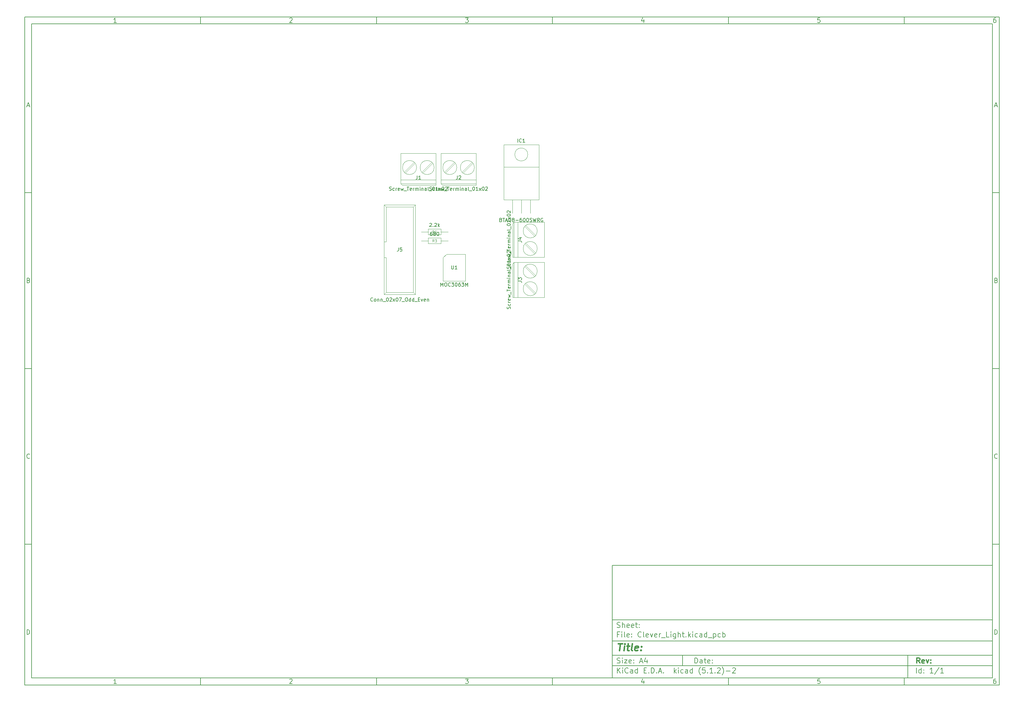
<source format=gbr>
G04 #@! TF.GenerationSoftware,KiCad,Pcbnew,(5.1.2)-2*
G04 #@! TF.CreationDate,2019-08-12T18:41:55+03:00*
G04 #@! TF.ProjectId,Clever_Light,436c6576-6572-45f4-9c69-6768742e6b69,rev?*
G04 #@! TF.SameCoordinates,Original*
G04 #@! TF.FileFunction,Other,Fab,Top*
%FSLAX46Y46*%
G04 Gerber Fmt 4.6, Leading zero omitted, Abs format (unit mm)*
G04 Created by KiCad (PCBNEW (5.1.2)-2) date 2019-08-12 18:41:55*
%MOMM*%
%LPD*%
G04 APERTURE LIST*
%ADD10C,0.100000*%
%ADD11C,0.150000*%
%ADD12C,0.300000*%
%ADD13C,0.400000*%
%ADD14C,0.108000*%
G04 APERTURE END LIST*
D10*
D11*
X177002200Y-166007200D02*
X177002200Y-198007200D01*
X285002200Y-198007200D01*
X285002200Y-166007200D01*
X177002200Y-166007200D01*
D10*
D11*
X10000000Y-10000000D02*
X10000000Y-200007200D01*
X287002200Y-200007200D01*
X287002200Y-10000000D01*
X10000000Y-10000000D01*
D10*
D11*
X12000000Y-12000000D02*
X12000000Y-198007200D01*
X285002200Y-198007200D01*
X285002200Y-12000000D01*
X12000000Y-12000000D01*
D10*
D11*
X60000000Y-12000000D02*
X60000000Y-10000000D01*
D10*
D11*
X110000000Y-12000000D02*
X110000000Y-10000000D01*
D10*
D11*
X160000000Y-12000000D02*
X160000000Y-10000000D01*
D10*
D11*
X210000000Y-12000000D02*
X210000000Y-10000000D01*
D10*
D11*
X260000000Y-12000000D02*
X260000000Y-10000000D01*
D10*
D11*
X36065476Y-11588095D02*
X35322619Y-11588095D01*
X35694047Y-11588095D02*
X35694047Y-10288095D01*
X35570238Y-10473809D01*
X35446428Y-10597619D01*
X35322619Y-10659523D01*
D10*
D11*
X85322619Y-10411904D02*
X85384523Y-10350000D01*
X85508333Y-10288095D01*
X85817857Y-10288095D01*
X85941666Y-10350000D01*
X86003571Y-10411904D01*
X86065476Y-10535714D01*
X86065476Y-10659523D01*
X86003571Y-10845238D01*
X85260714Y-11588095D01*
X86065476Y-11588095D01*
D10*
D11*
X135260714Y-10288095D02*
X136065476Y-10288095D01*
X135632142Y-10783333D01*
X135817857Y-10783333D01*
X135941666Y-10845238D01*
X136003571Y-10907142D01*
X136065476Y-11030952D01*
X136065476Y-11340476D01*
X136003571Y-11464285D01*
X135941666Y-11526190D01*
X135817857Y-11588095D01*
X135446428Y-11588095D01*
X135322619Y-11526190D01*
X135260714Y-11464285D01*
D10*
D11*
X185941666Y-10721428D02*
X185941666Y-11588095D01*
X185632142Y-10226190D02*
X185322619Y-11154761D01*
X186127380Y-11154761D01*
D10*
D11*
X236003571Y-10288095D02*
X235384523Y-10288095D01*
X235322619Y-10907142D01*
X235384523Y-10845238D01*
X235508333Y-10783333D01*
X235817857Y-10783333D01*
X235941666Y-10845238D01*
X236003571Y-10907142D01*
X236065476Y-11030952D01*
X236065476Y-11340476D01*
X236003571Y-11464285D01*
X235941666Y-11526190D01*
X235817857Y-11588095D01*
X235508333Y-11588095D01*
X235384523Y-11526190D01*
X235322619Y-11464285D01*
D10*
D11*
X285941666Y-10288095D02*
X285694047Y-10288095D01*
X285570238Y-10350000D01*
X285508333Y-10411904D01*
X285384523Y-10597619D01*
X285322619Y-10845238D01*
X285322619Y-11340476D01*
X285384523Y-11464285D01*
X285446428Y-11526190D01*
X285570238Y-11588095D01*
X285817857Y-11588095D01*
X285941666Y-11526190D01*
X286003571Y-11464285D01*
X286065476Y-11340476D01*
X286065476Y-11030952D01*
X286003571Y-10907142D01*
X285941666Y-10845238D01*
X285817857Y-10783333D01*
X285570238Y-10783333D01*
X285446428Y-10845238D01*
X285384523Y-10907142D01*
X285322619Y-11030952D01*
D10*
D11*
X60000000Y-198007200D02*
X60000000Y-200007200D01*
D10*
D11*
X110000000Y-198007200D02*
X110000000Y-200007200D01*
D10*
D11*
X160000000Y-198007200D02*
X160000000Y-200007200D01*
D10*
D11*
X210000000Y-198007200D02*
X210000000Y-200007200D01*
D10*
D11*
X260000000Y-198007200D02*
X260000000Y-200007200D01*
D10*
D11*
X36065476Y-199595295D02*
X35322619Y-199595295D01*
X35694047Y-199595295D02*
X35694047Y-198295295D01*
X35570238Y-198481009D01*
X35446428Y-198604819D01*
X35322619Y-198666723D01*
D10*
D11*
X85322619Y-198419104D02*
X85384523Y-198357200D01*
X85508333Y-198295295D01*
X85817857Y-198295295D01*
X85941666Y-198357200D01*
X86003571Y-198419104D01*
X86065476Y-198542914D01*
X86065476Y-198666723D01*
X86003571Y-198852438D01*
X85260714Y-199595295D01*
X86065476Y-199595295D01*
D10*
D11*
X135260714Y-198295295D02*
X136065476Y-198295295D01*
X135632142Y-198790533D01*
X135817857Y-198790533D01*
X135941666Y-198852438D01*
X136003571Y-198914342D01*
X136065476Y-199038152D01*
X136065476Y-199347676D01*
X136003571Y-199471485D01*
X135941666Y-199533390D01*
X135817857Y-199595295D01*
X135446428Y-199595295D01*
X135322619Y-199533390D01*
X135260714Y-199471485D01*
D10*
D11*
X185941666Y-198728628D02*
X185941666Y-199595295D01*
X185632142Y-198233390D02*
X185322619Y-199161961D01*
X186127380Y-199161961D01*
D10*
D11*
X236003571Y-198295295D02*
X235384523Y-198295295D01*
X235322619Y-198914342D01*
X235384523Y-198852438D01*
X235508333Y-198790533D01*
X235817857Y-198790533D01*
X235941666Y-198852438D01*
X236003571Y-198914342D01*
X236065476Y-199038152D01*
X236065476Y-199347676D01*
X236003571Y-199471485D01*
X235941666Y-199533390D01*
X235817857Y-199595295D01*
X235508333Y-199595295D01*
X235384523Y-199533390D01*
X235322619Y-199471485D01*
D10*
D11*
X285941666Y-198295295D02*
X285694047Y-198295295D01*
X285570238Y-198357200D01*
X285508333Y-198419104D01*
X285384523Y-198604819D01*
X285322619Y-198852438D01*
X285322619Y-199347676D01*
X285384523Y-199471485D01*
X285446428Y-199533390D01*
X285570238Y-199595295D01*
X285817857Y-199595295D01*
X285941666Y-199533390D01*
X286003571Y-199471485D01*
X286065476Y-199347676D01*
X286065476Y-199038152D01*
X286003571Y-198914342D01*
X285941666Y-198852438D01*
X285817857Y-198790533D01*
X285570238Y-198790533D01*
X285446428Y-198852438D01*
X285384523Y-198914342D01*
X285322619Y-199038152D01*
D10*
D11*
X10000000Y-60000000D02*
X12000000Y-60000000D01*
D10*
D11*
X10000000Y-110000000D02*
X12000000Y-110000000D01*
D10*
D11*
X10000000Y-160000000D02*
X12000000Y-160000000D01*
D10*
D11*
X10690476Y-35216666D02*
X11309523Y-35216666D01*
X10566666Y-35588095D02*
X11000000Y-34288095D01*
X11433333Y-35588095D01*
D10*
D11*
X11092857Y-84907142D02*
X11278571Y-84969047D01*
X11340476Y-85030952D01*
X11402380Y-85154761D01*
X11402380Y-85340476D01*
X11340476Y-85464285D01*
X11278571Y-85526190D01*
X11154761Y-85588095D01*
X10659523Y-85588095D01*
X10659523Y-84288095D01*
X11092857Y-84288095D01*
X11216666Y-84350000D01*
X11278571Y-84411904D01*
X11340476Y-84535714D01*
X11340476Y-84659523D01*
X11278571Y-84783333D01*
X11216666Y-84845238D01*
X11092857Y-84907142D01*
X10659523Y-84907142D01*
D10*
D11*
X11402380Y-135464285D02*
X11340476Y-135526190D01*
X11154761Y-135588095D01*
X11030952Y-135588095D01*
X10845238Y-135526190D01*
X10721428Y-135402380D01*
X10659523Y-135278571D01*
X10597619Y-135030952D01*
X10597619Y-134845238D01*
X10659523Y-134597619D01*
X10721428Y-134473809D01*
X10845238Y-134350000D01*
X11030952Y-134288095D01*
X11154761Y-134288095D01*
X11340476Y-134350000D01*
X11402380Y-134411904D01*
D10*
D11*
X10659523Y-185588095D02*
X10659523Y-184288095D01*
X10969047Y-184288095D01*
X11154761Y-184350000D01*
X11278571Y-184473809D01*
X11340476Y-184597619D01*
X11402380Y-184845238D01*
X11402380Y-185030952D01*
X11340476Y-185278571D01*
X11278571Y-185402380D01*
X11154761Y-185526190D01*
X10969047Y-185588095D01*
X10659523Y-185588095D01*
D10*
D11*
X287002200Y-60000000D02*
X285002200Y-60000000D01*
D10*
D11*
X287002200Y-110000000D02*
X285002200Y-110000000D01*
D10*
D11*
X287002200Y-160000000D02*
X285002200Y-160000000D01*
D10*
D11*
X285692676Y-35216666D02*
X286311723Y-35216666D01*
X285568866Y-35588095D02*
X286002200Y-34288095D01*
X286435533Y-35588095D01*
D10*
D11*
X286095057Y-84907142D02*
X286280771Y-84969047D01*
X286342676Y-85030952D01*
X286404580Y-85154761D01*
X286404580Y-85340476D01*
X286342676Y-85464285D01*
X286280771Y-85526190D01*
X286156961Y-85588095D01*
X285661723Y-85588095D01*
X285661723Y-84288095D01*
X286095057Y-84288095D01*
X286218866Y-84350000D01*
X286280771Y-84411904D01*
X286342676Y-84535714D01*
X286342676Y-84659523D01*
X286280771Y-84783333D01*
X286218866Y-84845238D01*
X286095057Y-84907142D01*
X285661723Y-84907142D01*
D10*
D11*
X286404580Y-135464285D02*
X286342676Y-135526190D01*
X286156961Y-135588095D01*
X286033152Y-135588095D01*
X285847438Y-135526190D01*
X285723628Y-135402380D01*
X285661723Y-135278571D01*
X285599819Y-135030952D01*
X285599819Y-134845238D01*
X285661723Y-134597619D01*
X285723628Y-134473809D01*
X285847438Y-134350000D01*
X286033152Y-134288095D01*
X286156961Y-134288095D01*
X286342676Y-134350000D01*
X286404580Y-134411904D01*
D10*
D11*
X285661723Y-185588095D02*
X285661723Y-184288095D01*
X285971247Y-184288095D01*
X286156961Y-184350000D01*
X286280771Y-184473809D01*
X286342676Y-184597619D01*
X286404580Y-184845238D01*
X286404580Y-185030952D01*
X286342676Y-185278571D01*
X286280771Y-185402380D01*
X286156961Y-185526190D01*
X285971247Y-185588095D01*
X285661723Y-185588095D01*
D10*
D11*
X200434342Y-193785771D02*
X200434342Y-192285771D01*
X200791485Y-192285771D01*
X201005771Y-192357200D01*
X201148628Y-192500057D01*
X201220057Y-192642914D01*
X201291485Y-192928628D01*
X201291485Y-193142914D01*
X201220057Y-193428628D01*
X201148628Y-193571485D01*
X201005771Y-193714342D01*
X200791485Y-193785771D01*
X200434342Y-193785771D01*
X202577200Y-193785771D02*
X202577200Y-193000057D01*
X202505771Y-192857200D01*
X202362914Y-192785771D01*
X202077200Y-192785771D01*
X201934342Y-192857200D01*
X202577200Y-193714342D02*
X202434342Y-193785771D01*
X202077200Y-193785771D01*
X201934342Y-193714342D01*
X201862914Y-193571485D01*
X201862914Y-193428628D01*
X201934342Y-193285771D01*
X202077200Y-193214342D01*
X202434342Y-193214342D01*
X202577200Y-193142914D01*
X203077200Y-192785771D02*
X203648628Y-192785771D01*
X203291485Y-192285771D02*
X203291485Y-193571485D01*
X203362914Y-193714342D01*
X203505771Y-193785771D01*
X203648628Y-193785771D01*
X204720057Y-193714342D02*
X204577200Y-193785771D01*
X204291485Y-193785771D01*
X204148628Y-193714342D01*
X204077200Y-193571485D01*
X204077200Y-193000057D01*
X204148628Y-192857200D01*
X204291485Y-192785771D01*
X204577200Y-192785771D01*
X204720057Y-192857200D01*
X204791485Y-193000057D01*
X204791485Y-193142914D01*
X204077200Y-193285771D01*
X205434342Y-193642914D02*
X205505771Y-193714342D01*
X205434342Y-193785771D01*
X205362914Y-193714342D01*
X205434342Y-193642914D01*
X205434342Y-193785771D01*
X205434342Y-192857200D02*
X205505771Y-192928628D01*
X205434342Y-193000057D01*
X205362914Y-192928628D01*
X205434342Y-192857200D01*
X205434342Y-193000057D01*
D10*
D11*
X177002200Y-194507200D02*
X285002200Y-194507200D01*
D10*
D11*
X178434342Y-196585771D02*
X178434342Y-195085771D01*
X179291485Y-196585771D02*
X178648628Y-195728628D01*
X179291485Y-195085771D02*
X178434342Y-195942914D01*
X179934342Y-196585771D02*
X179934342Y-195585771D01*
X179934342Y-195085771D02*
X179862914Y-195157200D01*
X179934342Y-195228628D01*
X180005771Y-195157200D01*
X179934342Y-195085771D01*
X179934342Y-195228628D01*
X181505771Y-196442914D02*
X181434342Y-196514342D01*
X181220057Y-196585771D01*
X181077200Y-196585771D01*
X180862914Y-196514342D01*
X180720057Y-196371485D01*
X180648628Y-196228628D01*
X180577200Y-195942914D01*
X180577200Y-195728628D01*
X180648628Y-195442914D01*
X180720057Y-195300057D01*
X180862914Y-195157200D01*
X181077200Y-195085771D01*
X181220057Y-195085771D01*
X181434342Y-195157200D01*
X181505771Y-195228628D01*
X182791485Y-196585771D02*
X182791485Y-195800057D01*
X182720057Y-195657200D01*
X182577200Y-195585771D01*
X182291485Y-195585771D01*
X182148628Y-195657200D01*
X182791485Y-196514342D02*
X182648628Y-196585771D01*
X182291485Y-196585771D01*
X182148628Y-196514342D01*
X182077200Y-196371485D01*
X182077200Y-196228628D01*
X182148628Y-196085771D01*
X182291485Y-196014342D01*
X182648628Y-196014342D01*
X182791485Y-195942914D01*
X184148628Y-196585771D02*
X184148628Y-195085771D01*
X184148628Y-196514342D02*
X184005771Y-196585771D01*
X183720057Y-196585771D01*
X183577200Y-196514342D01*
X183505771Y-196442914D01*
X183434342Y-196300057D01*
X183434342Y-195871485D01*
X183505771Y-195728628D01*
X183577200Y-195657200D01*
X183720057Y-195585771D01*
X184005771Y-195585771D01*
X184148628Y-195657200D01*
X186005771Y-195800057D02*
X186505771Y-195800057D01*
X186720057Y-196585771D02*
X186005771Y-196585771D01*
X186005771Y-195085771D01*
X186720057Y-195085771D01*
X187362914Y-196442914D02*
X187434342Y-196514342D01*
X187362914Y-196585771D01*
X187291485Y-196514342D01*
X187362914Y-196442914D01*
X187362914Y-196585771D01*
X188077200Y-196585771D02*
X188077200Y-195085771D01*
X188434342Y-195085771D01*
X188648628Y-195157200D01*
X188791485Y-195300057D01*
X188862914Y-195442914D01*
X188934342Y-195728628D01*
X188934342Y-195942914D01*
X188862914Y-196228628D01*
X188791485Y-196371485D01*
X188648628Y-196514342D01*
X188434342Y-196585771D01*
X188077200Y-196585771D01*
X189577200Y-196442914D02*
X189648628Y-196514342D01*
X189577200Y-196585771D01*
X189505771Y-196514342D01*
X189577200Y-196442914D01*
X189577200Y-196585771D01*
X190220057Y-196157200D02*
X190934342Y-196157200D01*
X190077200Y-196585771D02*
X190577200Y-195085771D01*
X191077200Y-196585771D01*
X191577200Y-196442914D02*
X191648628Y-196514342D01*
X191577200Y-196585771D01*
X191505771Y-196514342D01*
X191577200Y-196442914D01*
X191577200Y-196585771D01*
X194577200Y-196585771D02*
X194577200Y-195085771D01*
X194720057Y-196014342D02*
X195148628Y-196585771D01*
X195148628Y-195585771D02*
X194577200Y-196157200D01*
X195791485Y-196585771D02*
X195791485Y-195585771D01*
X195791485Y-195085771D02*
X195720057Y-195157200D01*
X195791485Y-195228628D01*
X195862914Y-195157200D01*
X195791485Y-195085771D01*
X195791485Y-195228628D01*
X197148628Y-196514342D02*
X197005771Y-196585771D01*
X196720057Y-196585771D01*
X196577200Y-196514342D01*
X196505771Y-196442914D01*
X196434342Y-196300057D01*
X196434342Y-195871485D01*
X196505771Y-195728628D01*
X196577200Y-195657200D01*
X196720057Y-195585771D01*
X197005771Y-195585771D01*
X197148628Y-195657200D01*
X198434342Y-196585771D02*
X198434342Y-195800057D01*
X198362914Y-195657200D01*
X198220057Y-195585771D01*
X197934342Y-195585771D01*
X197791485Y-195657200D01*
X198434342Y-196514342D02*
X198291485Y-196585771D01*
X197934342Y-196585771D01*
X197791485Y-196514342D01*
X197720057Y-196371485D01*
X197720057Y-196228628D01*
X197791485Y-196085771D01*
X197934342Y-196014342D01*
X198291485Y-196014342D01*
X198434342Y-195942914D01*
X199791485Y-196585771D02*
X199791485Y-195085771D01*
X199791485Y-196514342D02*
X199648628Y-196585771D01*
X199362914Y-196585771D01*
X199220057Y-196514342D01*
X199148628Y-196442914D01*
X199077200Y-196300057D01*
X199077200Y-195871485D01*
X199148628Y-195728628D01*
X199220057Y-195657200D01*
X199362914Y-195585771D01*
X199648628Y-195585771D01*
X199791485Y-195657200D01*
X202077200Y-197157200D02*
X202005771Y-197085771D01*
X201862914Y-196871485D01*
X201791485Y-196728628D01*
X201720057Y-196514342D01*
X201648628Y-196157200D01*
X201648628Y-195871485D01*
X201720057Y-195514342D01*
X201791485Y-195300057D01*
X201862914Y-195157200D01*
X202005771Y-194942914D01*
X202077200Y-194871485D01*
X203362914Y-195085771D02*
X202648628Y-195085771D01*
X202577200Y-195800057D01*
X202648628Y-195728628D01*
X202791485Y-195657200D01*
X203148628Y-195657200D01*
X203291485Y-195728628D01*
X203362914Y-195800057D01*
X203434342Y-195942914D01*
X203434342Y-196300057D01*
X203362914Y-196442914D01*
X203291485Y-196514342D01*
X203148628Y-196585771D01*
X202791485Y-196585771D01*
X202648628Y-196514342D01*
X202577200Y-196442914D01*
X204077200Y-196442914D02*
X204148628Y-196514342D01*
X204077200Y-196585771D01*
X204005771Y-196514342D01*
X204077200Y-196442914D01*
X204077200Y-196585771D01*
X205577200Y-196585771D02*
X204720057Y-196585771D01*
X205148628Y-196585771D02*
X205148628Y-195085771D01*
X205005771Y-195300057D01*
X204862914Y-195442914D01*
X204720057Y-195514342D01*
X206220057Y-196442914D02*
X206291485Y-196514342D01*
X206220057Y-196585771D01*
X206148628Y-196514342D01*
X206220057Y-196442914D01*
X206220057Y-196585771D01*
X206862914Y-195228628D02*
X206934342Y-195157200D01*
X207077200Y-195085771D01*
X207434342Y-195085771D01*
X207577200Y-195157200D01*
X207648628Y-195228628D01*
X207720057Y-195371485D01*
X207720057Y-195514342D01*
X207648628Y-195728628D01*
X206791485Y-196585771D01*
X207720057Y-196585771D01*
X208220057Y-197157200D02*
X208291485Y-197085771D01*
X208434342Y-196871485D01*
X208505771Y-196728628D01*
X208577200Y-196514342D01*
X208648628Y-196157200D01*
X208648628Y-195871485D01*
X208577200Y-195514342D01*
X208505771Y-195300057D01*
X208434342Y-195157200D01*
X208291485Y-194942914D01*
X208220057Y-194871485D01*
X209362914Y-196014342D02*
X210505771Y-196014342D01*
X211148628Y-195228628D02*
X211220057Y-195157200D01*
X211362914Y-195085771D01*
X211720057Y-195085771D01*
X211862914Y-195157200D01*
X211934342Y-195228628D01*
X212005771Y-195371485D01*
X212005771Y-195514342D01*
X211934342Y-195728628D01*
X211077200Y-196585771D01*
X212005771Y-196585771D01*
D10*
D11*
X177002200Y-191507200D02*
X285002200Y-191507200D01*
D10*
D12*
X264411485Y-193785771D02*
X263911485Y-193071485D01*
X263554342Y-193785771D02*
X263554342Y-192285771D01*
X264125771Y-192285771D01*
X264268628Y-192357200D01*
X264340057Y-192428628D01*
X264411485Y-192571485D01*
X264411485Y-192785771D01*
X264340057Y-192928628D01*
X264268628Y-193000057D01*
X264125771Y-193071485D01*
X263554342Y-193071485D01*
X265625771Y-193714342D02*
X265482914Y-193785771D01*
X265197200Y-193785771D01*
X265054342Y-193714342D01*
X264982914Y-193571485D01*
X264982914Y-193000057D01*
X265054342Y-192857200D01*
X265197200Y-192785771D01*
X265482914Y-192785771D01*
X265625771Y-192857200D01*
X265697200Y-193000057D01*
X265697200Y-193142914D01*
X264982914Y-193285771D01*
X266197200Y-192785771D02*
X266554342Y-193785771D01*
X266911485Y-192785771D01*
X267482914Y-193642914D02*
X267554342Y-193714342D01*
X267482914Y-193785771D01*
X267411485Y-193714342D01*
X267482914Y-193642914D01*
X267482914Y-193785771D01*
X267482914Y-192857200D02*
X267554342Y-192928628D01*
X267482914Y-193000057D01*
X267411485Y-192928628D01*
X267482914Y-192857200D01*
X267482914Y-193000057D01*
D10*
D11*
X178362914Y-193714342D02*
X178577200Y-193785771D01*
X178934342Y-193785771D01*
X179077200Y-193714342D01*
X179148628Y-193642914D01*
X179220057Y-193500057D01*
X179220057Y-193357200D01*
X179148628Y-193214342D01*
X179077200Y-193142914D01*
X178934342Y-193071485D01*
X178648628Y-193000057D01*
X178505771Y-192928628D01*
X178434342Y-192857200D01*
X178362914Y-192714342D01*
X178362914Y-192571485D01*
X178434342Y-192428628D01*
X178505771Y-192357200D01*
X178648628Y-192285771D01*
X179005771Y-192285771D01*
X179220057Y-192357200D01*
X179862914Y-193785771D02*
X179862914Y-192785771D01*
X179862914Y-192285771D02*
X179791485Y-192357200D01*
X179862914Y-192428628D01*
X179934342Y-192357200D01*
X179862914Y-192285771D01*
X179862914Y-192428628D01*
X180434342Y-192785771D02*
X181220057Y-192785771D01*
X180434342Y-193785771D01*
X181220057Y-193785771D01*
X182362914Y-193714342D02*
X182220057Y-193785771D01*
X181934342Y-193785771D01*
X181791485Y-193714342D01*
X181720057Y-193571485D01*
X181720057Y-193000057D01*
X181791485Y-192857200D01*
X181934342Y-192785771D01*
X182220057Y-192785771D01*
X182362914Y-192857200D01*
X182434342Y-193000057D01*
X182434342Y-193142914D01*
X181720057Y-193285771D01*
X183077200Y-193642914D02*
X183148628Y-193714342D01*
X183077200Y-193785771D01*
X183005771Y-193714342D01*
X183077200Y-193642914D01*
X183077200Y-193785771D01*
X183077200Y-192857200D02*
X183148628Y-192928628D01*
X183077200Y-193000057D01*
X183005771Y-192928628D01*
X183077200Y-192857200D01*
X183077200Y-193000057D01*
X184862914Y-193357200D02*
X185577200Y-193357200D01*
X184720057Y-193785771D02*
X185220057Y-192285771D01*
X185720057Y-193785771D01*
X186862914Y-192785771D02*
X186862914Y-193785771D01*
X186505771Y-192214342D02*
X186148628Y-193285771D01*
X187077200Y-193285771D01*
D10*
D11*
X263434342Y-196585771D02*
X263434342Y-195085771D01*
X264791485Y-196585771D02*
X264791485Y-195085771D01*
X264791485Y-196514342D02*
X264648628Y-196585771D01*
X264362914Y-196585771D01*
X264220057Y-196514342D01*
X264148628Y-196442914D01*
X264077200Y-196300057D01*
X264077200Y-195871485D01*
X264148628Y-195728628D01*
X264220057Y-195657200D01*
X264362914Y-195585771D01*
X264648628Y-195585771D01*
X264791485Y-195657200D01*
X265505771Y-196442914D02*
X265577200Y-196514342D01*
X265505771Y-196585771D01*
X265434342Y-196514342D01*
X265505771Y-196442914D01*
X265505771Y-196585771D01*
X265505771Y-195657200D02*
X265577200Y-195728628D01*
X265505771Y-195800057D01*
X265434342Y-195728628D01*
X265505771Y-195657200D01*
X265505771Y-195800057D01*
X268148628Y-196585771D02*
X267291485Y-196585771D01*
X267720057Y-196585771D02*
X267720057Y-195085771D01*
X267577200Y-195300057D01*
X267434342Y-195442914D01*
X267291485Y-195514342D01*
X269862914Y-195014342D02*
X268577200Y-196942914D01*
X271148628Y-196585771D02*
X270291485Y-196585771D01*
X270720057Y-196585771D02*
X270720057Y-195085771D01*
X270577200Y-195300057D01*
X270434342Y-195442914D01*
X270291485Y-195514342D01*
D10*
D11*
X177002200Y-187507200D02*
X285002200Y-187507200D01*
D10*
D13*
X178714580Y-188211961D02*
X179857438Y-188211961D01*
X179036009Y-190211961D02*
X179286009Y-188211961D01*
X180274104Y-190211961D02*
X180440771Y-188878628D01*
X180524104Y-188211961D02*
X180416961Y-188307200D01*
X180500295Y-188402438D01*
X180607438Y-188307200D01*
X180524104Y-188211961D01*
X180500295Y-188402438D01*
X181107438Y-188878628D02*
X181869342Y-188878628D01*
X181476485Y-188211961D02*
X181262200Y-189926247D01*
X181333628Y-190116723D01*
X181512200Y-190211961D01*
X181702676Y-190211961D01*
X182655057Y-190211961D02*
X182476485Y-190116723D01*
X182405057Y-189926247D01*
X182619342Y-188211961D01*
X184190771Y-190116723D02*
X183988390Y-190211961D01*
X183607438Y-190211961D01*
X183428866Y-190116723D01*
X183357438Y-189926247D01*
X183452676Y-189164342D01*
X183571723Y-188973866D01*
X183774104Y-188878628D01*
X184155057Y-188878628D01*
X184333628Y-188973866D01*
X184405057Y-189164342D01*
X184381247Y-189354819D01*
X183405057Y-189545295D01*
X185155057Y-190021485D02*
X185238390Y-190116723D01*
X185131247Y-190211961D01*
X185047914Y-190116723D01*
X185155057Y-190021485D01*
X185131247Y-190211961D01*
X185286009Y-188973866D02*
X185369342Y-189069104D01*
X185262200Y-189164342D01*
X185178866Y-189069104D01*
X185286009Y-188973866D01*
X185262200Y-189164342D01*
D10*
D11*
X178934342Y-185600057D02*
X178434342Y-185600057D01*
X178434342Y-186385771D02*
X178434342Y-184885771D01*
X179148628Y-184885771D01*
X179720057Y-186385771D02*
X179720057Y-185385771D01*
X179720057Y-184885771D02*
X179648628Y-184957200D01*
X179720057Y-185028628D01*
X179791485Y-184957200D01*
X179720057Y-184885771D01*
X179720057Y-185028628D01*
X180648628Y-186385771D02*
X180505771Y-186314342D01*
X180434342Y-186171485D01*
X180434342Y-184885771D01*
X181791485Y-186314342D02*
X181648628Y-186385771D01*
X181362914Y-186385771D01*
X181220057Y-186314342D01*
X181148628Y-186171485D01*
X181148628Y-185600057D01*
X181220057Y-185457200D01*
X181362914Y-185385771D01*
X181648628Y-185385771D01*
X181791485Y-185457200D01*
X181862914Y-185600057D01*
X181862914Y-185742914D01*
X181148628Y-185885771D01*
X182505771Y-186242914D02*
X182577200Y-186314342D01*
X182505771Y-186385771D01*
X182434342Y-186314342D01*
X182505771Y-186242914D01*
X182505771Y-186385771D01*
X182505771Y-185457200D02*
X182577200Y-185528628D01*
X182505771Y-185600057D01*
X182434342Y-185528628D01*
X182505771Y-185457200D01*
X182505771Y-185600057D01*
X185220057Y-186242914D02*
X185148628Y-186314342D01*
X184934342Y-186385771D01*
X184791485Y-186385771D01*
X184577200Y-186314342D01*
X184434342Y-186171485D01*
X184362914Y-186028628D01*
X184291485Y-185742914D01*
X184291485Y-185528628D01*
X184362914Y-185242914D01*
X184434342Y-185100057D01*
X184577200Y-184957200D01*
X184791485Y-184885771D01*
X184934342Y-184885771D01*
X185148628Y-184957200D01*
X185220057Y-185028628D01*
X186077200Y-186385771D02*
X185934342Y-186314342D01*
X185862914Y-186171485D01*
X185862914Y-184885771D01*
X187220057Y-186314342D02*
X187077200Y-186385771D01*
X186791485Y-186385771D01*
X186648628Y-186314342D01*
X186577200Y-186171485D01*
X186577200Y-185600057D01*
X186648628Y-185457200D01*
X186791485Y-185385771D01*
X187077200Y-185385771D01*
X187220057Y-185457200D01*
X187291485Y-185600057D01*
X187291485Y-185742914D01*
X186577200Y-185885771D01*
X187791485Y-185385771D02*
X188148628Y-186385771D01*
X188505771Y-185385771D01*
X189648628Y-186314342D02*
X189505771Y-186385771D01*
X189220057Y-186385771D01*
X189077200Y-186314342D01*
X189005771Y-186171485D01*
X189005771Y-185600057D01*
X189077200Y-185457200D01*
X189220057Y-185385771D01*
X189505771Y-185385771D01*
X189648628Y-185457200D01*
X189720057Y-185600057D01*
X189720057Y-185742914D01*
X189005771Y-185885771D01*
X190362914Y-186385771D02*
X190362914Y-185385771D01*
X190362914Y-185671485D02*
X190434342Y-185528628D01*
X190505771Y-185457200D01*
X190648628Y-185385771D01*
X190791485Y-185385771D01*
X190934342Y-186528628D02*
X192077200Y-186528628D01*
X193148628Y-186385771D02*
X192434342Y-186385771D01*
X192434342Y-184885771D01*
X193648628Y-186385771D02*
X193648628Y-185385771D01*
X193648628Y-184885771D02*
X193577200Y-184957200D01*
X193648628Y-185028628D01*
X193720057Y-184957200D01*
X193648628Y-184885771D01*
X193648628Y-185028628D01*
X195005771Y-185385771D02*
X195005771Y-186600057D01*
X194934342Y-186742914D01*
X194862914Y-186814342D01*
X194720057Y-186885771D01*
X194505771Y-186885771D01*
X194362914Y-186814342D01*
X195005771Y-186314342D02*
X194862914Y-186385771D01*
X194577200Y-186385771D01*
X194434342Y-186314342D01*
X194362914Y-186242914D01*
X194291485Y-186100057D01*
X194291485Y-185671485D01*
X194362914Y-185528628D01*
X194434342Y-185457200D01*
X194577200Y-185385771D01*
X194862914Y-185385771D01*
X195005771Y-185457200D01*
X195720057Y-186385771D02*
X195720057Y-184885771D01*
X196362914Y-186385771D02*
X196362914Y-185600057D01*
X196291485Y-185457200D01*
X196148628Y-185385771D01*
X195934342Y-185385771D01*
X195791485Y-185457200D01*
X195720057Y-185528628D01*
X196862914Y-185385771D02*
X197434342Y-185385771D01*
X197077200Y-184885771D02*
X197077200Y-186171485D01*
X197148628Y-186314342D01*
X197291485Y-186385771D01*
X197434342Y-186385771D01*
X197934342Y-186242914D02*
X198005771Y-186314342D01*
X197934342Y-186385771D01*
X197862914Y-186314342D01*
X197934342Y-186242914D01*
X197934342Y-186385771D01*
X198648628Y-186385771D02*
X198648628Y-184885771D01*
X198791485Y-185814342D02*
X199220057Y-186385771D01*
X199220057Y-185385771D02*
X198648628Y-185957200D01*
X199862914Y-186385771D02*
X199862914Y-185385771D01*
X199862914Y-184885771D02*
X199791485Y-184957200D01*
X199862914Y-185028628D01*
X199934342Y-184957200D01*
X199862914Y-184885771D01*
X199862914Y-185028628D01*
X201220057Y-186314342D02*
X201077200Y-186385771D01*
X200791485Y-186385771D01*
X200648628Y-186314342D01*
X200577200Y-186242914D01*
X200505771Y-186100057D01*
X200505771Y-185671485D01*
X200577200Y-185528628D01*
X200648628Y-185457200D01*
X200791485Y-185385771D01*
X201077200Y-185385771D01*
X201220057Y-185457200D01*
X202505771Y-186385771D02*
X202505771Y-185600057D01*
X202434342Y-185457200D01*
X202291485Y-185385771D01*
X202005771Y-185385771D01*
X201862914Y-185457200D01*
X202505771Y-186314342D02*
X202362914Y-186385771D01*
X202005771Y-186385771D01*
X201862914Y-186314342D01*
X201791485Y-186171485D01*
X201791485Y-186028628D01*
X201862914Y-185885771D01*
X202005771Y-185814342D01*
X202362914Y-185814342D01*
X202505771Y-185742914D01*
X203862914Y-186385771D02*
X203862914Y-184885771D01*
X203862914Y-186314342D02*
X203720057Y-186385771D01*
X203434342Y-186385771D01*
X203291485Y-186314342D01*
X203220057Y-186242914D01*
X203148628Y-186100057D01*
X203148628Y-185671485D01*
X203220057Y-185528628D01*
X203291485Y-185457200D01*
X203434342Y-185385771D01*
X203720057Y-185385771D01*
X203862914Y-185457200D01*
X204220057Y-186528628D02*
X205362914Y-186528628D01*
X205720057Y-185385771D02*
X205720057Y-186885771D01*
X205720057Y-185457200D02*
X205862914Y-185385771D01*
X206148628Y-185385771D01*
X206291485Y-185457200D01*
X206362914Y-185528628D01*
X206434342Y-185671485D01*
X206434342Y-186100057D01*
X206362914Y-186242914D01*
X206291485Y-186314342D01*
X206148628Y-186385771D01*
X205862914Y-186385771D01*
X205720057Y-186314342D01*
X207720057Y-186314342D02*
X207577200Y-186385771D01*
X207291485Y-186385771D01*
X207148628Y-186314342D01*
X207077200Y-186242914D01*
X207005771Y-186100057D01*
X207005771Y-185671485D01*
X207077200Y-185528628D01*
X207148628Y-185457200D01*
X207291485Y-185385771D01*
X207577200Y-185385771D01*
X207720057Y-185457200D01*
X208362914Y-186385771D02*
X208362914Y-184885771D01*
X208362914Y-185457200D02*
X208505771Y-185385771D01*
X208791485Y-185385771D01*
X208934342Y-185457200D01*
X209005771Y-185528628D01*
X209077200Y-185671485D01*
X209077200Y-186100057D01*
X209005771Y-186242914D01*
X208934342Y-186314342D01*
X208791485Y-186385771D01*
X208505771Y-186385771D01*
X208362914Y-186314342D01*
D10*
D11*
X177002200Y-181507200D02*
X285002200Y-181507200D01*
D10*
D11*
X178362914Y-183614342D02*
X178577200Y-183685771D01*
X178934342Y-183685771D01*
X179077200Y-183614342D01*
X179148628Y-183542914D01*
X179220057Y-183400057D01*
X179220057Y-183257200D01*
X179148628Y-183114342D01*
X179077200Y-183042914D01*
X178934342Y-182971485D01*
X178648628Y-182900057D01*
X178505771Y-182828628D01*
X178434342Y-182757200D01*
X178362914Y-182614342D01*
X178362914Y-182471485D01*
X178434342Y-182328628D01*
X178505771Y-182257200D01*
X178648628Y-182185771D01*
X179005771Y-182185771D01*
X179220057Y-182257200D01*
X179862914Y-183685771D02*
X179862914Y-182185771D01*
X180505771Y-183685771D02*
X180505771Y-182900057D01*
X180434342Y-182757200D01*
X180291485Y-182685771D01*
X180077200Y-182685771D01*
X179934342Y-182757200D01*
X179862914Y-182828628D01*
X181791485Y-183614342D02*
X181648628Y-183685771D01*
X181362914Y-183685771D01*
X181220057Y-183614342D01*
X181148628Y-183471485D01*
X181148628Y-182900057D01*
X181220057Y-182757200D01*
X181362914Y-182685771D01*
X181648628Y-182685771D01*
X181791485Y-182757200D01*
X181862914Y-182900057D01*
X181862914Y-183042914D01*
X181148628Y-183185771D01*
X183077200Y-183614342D02*
X182934342Y-183685771D01*
X182648628Y-183685771D01*
X182505771Y-183614342D01*
X182434342Y-183471485D01*
X182434342Y-182900057D01*
X182505771Y-182757200D01*
X182648628Y-182685771D01*
X182934342Y-182685771D01*
X183077200Y-182757200D01*
X183148628Y-182900057D01*
X183148628Y-183042914D01*
X182434342Y-183185771D01*
X183577200Y-182685771D02*
X184148628Y-182685771D01*
X183791485Y-182185771D02*
X183791485Y-183471485D01*
X183862914Y-183614342D01*
X184005771Y-183685771D01*
X184148628Y-183685771D01*
X184648628Y-183542914D02*
X184720057Y-183614342D01*
X184648628Y-183685771D01*
X184577200Y-183614342D01*
X184648628Y-183542914D01*
X184648628Y-183685771D01*
X184648628Y-182757200D02*
X184720057Y-182828628D01*
X184648628Y-182900057D01*
X184577200Y-182828628D01*
X184648628Y-182757200D01*
X184648628Y-182900057D01*
D10*
D11*
X197002200Y-191507200D02*
X197002200Y-194507200D01*
D10*
D11*
X261002200Y-191507200D02*
X261002200Y-198007200D01*
D10*
X148590000Y-61976000D02*
X148590000Y-65786000D01*
X151130000Y-61976000D02*
X151130000Y-65786000D01*
X153670000Y-61976000D02*
X153670000Y-65786000D01*
X146130000Y-61976000D02*
X156130000Y-61976000D01*
X146130000Y-52726000D02*
X146130000Y-61976000D01*
X156130000Y-52726000D02*
X146130000Y-52726000D01*
X156130000Y-61976000D02*
X156130000Y-52726000D01*
X146130000Y-52726000D02*
X156130000Y-52726000D01*
X146130000Y-46326000D02*
X146130000Y-52726000D01*
X156130000Y-46326000D02*
X146130000Y-46326000D01*
X156130000Y-52726000D02*
X156130000Y-46326000D01*
X152980000Y-49126000D02*
G75*
G03X152980000Y-49126000I-1850000J0D01*
G01*
X122682000Y-73660000D02*
X124692000Y-73660000D01*
X130302000Y-73660000D02*
X128292000Y-73660000D01*
X124692000Y-74460000D02*
X128292000Y-74460000D01*
X124692000Y-72860000D02*
X124692000Y-74460000D01*
X128292000Y-72860000D02*
X124692000Y-72860000D01*
X128292000Y-74460000D02*
X128292000Y-72860000D01*
X122682000Y-71120000D02*
X124692000Y-71120000D01*
X130302000Y-71120000D02*
X128292000Y-71120000D01*
X124692000Y-71920000D02*
X128292000Y-71920000D01*
X124692000Y-70320000D02*
X124692000Y-71920000D01*
X128292000Y-70320000D02*
X124692000Y-70320000D01*
X128292000Y-71920000D02*
X128292000Y-70320000D01*
X128905000Y-78470000D02*
X129905000Y-77470000D01*
X128905000Y-85090000D02*
X128905000Y-78470000D01*
X135255000Y-85090000D02*
X128905000Y-85090000D01*
X135255000Y-77470000D02*
X135255000Y-85090000D01*
X129905000Y-77470000D02*
X135255000Y-77470000D01*
X112161000Y-88920000D02*
X112711000Y-88360000D01*
X112161000Y-63480000D02*
X112711000Y-64020000D01*
X121011000Y-88920000D02*
X120461000Y-88360000D01*
X121011000Y-63480000D02*
X120461000Y-64020000D01*
X120461000Y-88360000D02*
X112711000Y-88360000D01*
X121011000Y-88920000D02*
X112161000Y-88920000D01*
X120461000Y-64020000D02*
X112711000Y-64020000D01*
X121011000Y-63480000D02*
X112161000Y-63480000D01*
X112711000Y-78450000D02*
X112161000Y-78450000D01*
X112711000Y-73950000D02*
X112161000Y-73950000D01*
X112711000Y-78450000D02*
X112711000Y-88360000D01*
X112711000Y-64020000D02*
X112711000Y-73950000D01*
X112161000Y-63480000D02*
X112161000Y-88920000D01*
X120461000Y-64020000D02*
X120461000Y-88360000D01*
X121011000Y-63480000D02*
X121011000Y-88920000D01*
X137083000Y-51315000D02*
X134294000Y-54105000D01*
X137327000Y-51559000D02*
X134538000Y-54349000D01*
X132083000Y-51315000D02*
X129293000Y-54105000D01*
X132327000Y-51559000D02*
X129537000Y-54349000D01*
X128310000Y-56332000D02*
X138310000Y-56332000D01*
X128310000Y-57432000D02*
X138310000Y-57432000D01*
X128310000Y-57432000D02*
X128310000Y-48832000D01*
X128710000Y-57832000D02*
X128310000Y-57432000D01*
X138310000Y-57832000D02*
X128710000Y-57832000D01*
X138310000Y-48832000D02*
X138310000Y-57832000D01*
X128310000Y-48832000D02*
X138310000Y-48832000D01*
X137810000Y-52832000D02*
G75*
G03X137810000Y-52832000I-2000000J0D01*
G01*
X132810000Y-52832000D02*
G75*
G03X132810000Y-52832000I-2000000J0D01*
G01*
X125653000Y-51315000D02*
X122864000Y-54105000D01*
X125897000Y-51559000D02*
X123108000Y-54349000D01*
X120653000Y-51315000D02*
X117863000Y-54105000D01*
X120897000Y-51559000D02*
X118107000Y-54349000D01*
X116880000Y-56332000D02*
X126880000Y-56332000D01*
X116880000Y-57432000D02*
X126880000Y-57432000D01*
X116880000Y-57432000D02*
X116880000Y-48832000D01*
X117280000Y-57832000D02*
X116880000Y-57432000D01*
X126880000Y-57832000D02*
X117280000Y-57832000D01*
X126880000Y-48832000D02*
X126880000Y-57832000D01*
X116880000Y-48832000D02*
X126880000Y-48832000D01*
X126380000Y-52832000D02*
G75*
G03X126380000Y-52832000I-2000000J0D01*
G01*
X121380000Y-52832000D02*
G75*
G03X121380000Y-52832000I-2000000J0D01*
G01*
X155187000Y-77139000D02*
X152397000Y-74350000D01*
X154943000Y-77383000D02*
X152153000Y-74594000D01*
X155187000Y-72139000D02*
X152397000Y-69349000D01*
X154943000Y-72383000D02*
X152153000Y-69593000D01*
X150170000Y-68366000D02*
X150170000Y-78366000D01*
X149070000Y-68366000D02*
X149070000Y-78366000D01*
X149070000Y-68366000D02*
X157670000Y-68366000D01*
X148670000Y-68766000D02*
X149070000Y-68366000D01*
X148670000Y-78366000D02*
X148670000Y-68766000D01*
X157670000Y-78366000D02*
X148670000Y-78366000D01*
X157670000Y-68366000D02*
X157670000Y-78366000D01*
X155670000Y-75866000D02*
G75*
G03X155670000Y-75866000I-2000000J0D01*
G01*
X155670000Y-70866000D02*
G75*
G03X155670000Y-70866000I-2000000J0D01*
G01*
X155187000Y-88569000D02*
X152397000Y-85780000D01*
X154943000Y-88813000D02*
X152153000Y-86024000D01*
X155187000Y-83569000D02*
X152397000Y-80779000D01*
X154943000Y-83813000D02*
X152153000Y-81023000D01*
X150170000Y-79796000D02*
X150170000Y-89796000D01*
X149070000Y-79796000D02*
X149070000Y-89796000D01*
X149070000Y-79796000D02*
X157670000Y-79796000D01*
X148670000Y-80196000D02*
X149070000Y-79796000D01*
X148670000Y-89796000D02*
X148670000Y-80196000D01*
X157670000Y-89796000D02*
X148670000Y-89796000D01*
X157670000Y-79796000D02*
X157670000Y-89796000D01*
X155670000Y-87296000D02*
G75*
G03X155670000Y-87296000I-2000000J0D01*
G01*
X155670000Y-82296000D02*
G75*
G03X155670000Y-82296000I-2000000J0D01*
G01*
D11*
X145344285Y-67714571D02*
X145487142Y-67762190D01*
X145534761Y-67809809D01*
X145582380Y-67905047D01*
X145582380Y-68047904D01*
X145534761Y-68143142D01*
X145487142Y-68190761D01*
X145391904Y-68238380D01*
X145010952Y-68238380D01*
X145010952Y-67238380D01*
X145344285Y-67238380D01*
X145439523Y-67286000D01*
X145487142Y-67333619D01*
X145534761Y-67428857D01*
X145534761Y-67524095D01*
X145487142Y-67619333D01*
X145439523Y-67666952D01*
X145344285Y-67714571D01*
X145010952Y-67714571D01*
X145868095Y-67238380D02*
X146439523Y-67238380D01*
X146153809Y-68238380D02*
X146153809Y-67238380D01*
X146725238Y-67952666D02*
X147201428Y-67952666D01*
X146630000Y-68238380D02*
X146963333Y-67238380D01*
X147296666Y-68238380D01*
X147820476Y-67238380D02*
X147915714Y-67238380D01*
X148010952Y-67286000D01*
X148058571Y-67333619D01*
X148106190Y-67428857D01*
X148153809Y-67619333D01*
X148153809Y-67857428D01*
X148106190Y-68047904D01*
X148058571Y-68143142D01*
X148010952Y-68190761D01*
X147915714Y-68238380D01*
X147820476Y-68238380D01*
X147725238Y-68190761D01*
X147677619Y-68143142D01*
X147630000Y-68047904D01*
X147582380Y-67857428D01*
X147582380Y-67619333D01*
X147630000Y-67428857D01*
X147677619Y-67333619D01*
X147725238Y-67286000D01*
X147820476Y-67238380D01*
X148725238Y-67666952D02*
X148630000Y-67619333D01*
X148582380Y-67571714D01*
X148534761Y-67476476D01*
X148534761Y-67428857D01*
X148582380Y-67333619D01*
X148630000Y-67286000D01*
X148725238Y-67238380D01*
X148915714Y-67238380D01*
X149010952Y-67286000D01*
X149058571Y-67333619D01*
X149106190Y-67428857D01*
X149106190Y-67476476D01*
X149058571Y-67571714D01*
X149010952Y-67619333D01*
X148915714Y-67666952D01*
X148725238Y-67666952D01*
X148630000Y-67714571D01*
X148582380Y-67762190D01*
X148534761Y-67857428D01*
X148534761Y-68047904D01*
X148582380Y-68143142D01*
X148630000Y-68190761D01*
X148725238Y-68238380D01*
X148915714Y-68238380D01*
X149010952Y-68190761D01*
X149058571Y-68143142D01*
X149106190Y-68047904D01*
X149106190Y-67857428D01*
X149058571Y-67762190D01*
X149010952Y-67714571D01*
X148915714Y-67666952D01*
X149534761Y-67857428D02*
X150296666Y-67857428D01*
X151201428Y-67238380D02*
X151010952Y-67238380D01*
X150915714Y-67286000D01*
X150868095Y-67333619D01*
X150772857Y-67476476D01*
X150725238Y-67666952D01*
X150725238Y-68047904D01*
X150772857Y-68143142D01*
X150820476Y-68190761D01*
X150915714Y-68238380D01*
X151106190Y-68238380D01*
X151201428Y-68190761D01*
X151249047Y-68143142D01*
X151296666Y-68047904D01*
X151296666Y-67809809D01*
X151249047Y-67714571D01*
X151201428Y-67666952D01*
X151106190Y-67619333D01*
X150915714Y-67619333D01*
X150820476Y-67666952D01*
X150772857Y-67714571D01*
X150725238Y-67809809D01*
X151915714Y-67238380D02*
X152010952Y-67238380D01*
X152106190Y-67286000D01*
X152153809Y-67333619D01*
X152201428Y-67428857D01*
X152249047Y-67619333D01*
X152249047Y-67857428D01*
X152201428Y-68047904D01*
X152153809Y-68143142D01*
X152106190Y-68190761D01*
X152010952Y-68238380D01*
X151915714Y-68238380D01*
X151820476Y-68190761D01*
X151772857Y-68143142D01*
X151725238Y-68047904D01*
X151677619Y-67857428D01*
X151677619Y-67619333D01*
X151725238Y-67428857D01*
X151772857Y-67333619D01*
X151820476Y-67286000D01*
X151915714Y-67238380D01*
X152868095Y-67238380D02*
X152963333Y-67238380D01*
X153058571Y-67286000D01*
X153106190Y-67333619D01*
X153153809Y-67428857D01*
X153201428Y-67619333D01*
X153201428Y-67857428D01*
X153153809Y-68047904D01*
X153106190Y-68143142D01*
X153058571Y-68190761D01*
X152963333Y-68238380D01*
X152868095Y-68238380D01*
X152772857Y-68190761D01*
X152725238Y-68143142D01*
X152677619Y-68047904D01*
X152630000Y-67857428D01*
X152630000Y-67619333D01*
X152677619Y-67428857D01*
X152725238Y-67333619D01*
X152772857Y-67286000D01*
X152868095Y-67238380D01*
X153582380Y-68190761D02*
X153725238Y-68238380D01*
X153963333Y-68238380D01*
X154058571Y-68190761D01*
X154106190Y-68143142D01*
X154153809Y-68047904D01*
X154153809Y-67952666D01*
X154106190Y-67857428D01*
X154058571Y-67809809D01*
X153963333Y-67762190D01*
X153772857Y-67714571D01*
X153677619Y-67666952D01*
X153630000Y-67619333D01*
X153582380Y-67524095D01*
X153582380Y-67428857D01*
X153630000Y-67333619D01*
X153677619Y-67286000D01*
X153772857Y-67238380D01*
X154010952Y-67238380D01*
X154153809Y-67286000D01*
X154487142Y-67238380D02*
X154725238Y-68238380D01*
X154915714Y-67524095D01*
X155106190Y-68238380D01*
X155344285Y-67238380D01*
X156296666Y-68238380D02*
X155963333Y-67762190D01*
X155725238Y-68238380D02*
X155725238Y-67238380D01*
X156106190Y-67238380D01*
X156201428Y-67286000D01*
X156249047Y-67333619D01*
X156296666Y-67428857D01*
X156296666Y-67571714D01*
X156249047Y-67666952D01*
X156201428Y-67714571D01*
X156106190Y-67762190D01*
X155725238Y-67762190D01*
X157249047Y-67286000D02*
X157153809Y-67238380D01*
X157010952Y-67238380D01*
X156868095Y-67286000D01*
X156772857Y-67381238D01*
X156725238Y-67476476D01*
X156677619Y-67666952D01*
X156677619Y-67809809D01*
X156725238Y-68000285D01*
X156772857Y-68095523D01*
X156868095Y-68190761D01*
X157010952Y-68238380D01*
X157106190Y-68238380D01*
X157249047Y-68190761D01*
X157296666Y-68143142D01*
X157296666Y-67809809D01*
X157106190Y-67809809D01*
X150153809Y-45658380D02*
X150153809Y-44658380D01*
X151201428Y-45563142D02*
X151153809Y-45610761D01*
X151010952Y-45658380D01*
X150915714Y-45658380D01*
X150772857Y-45610761D01*
X150677619Y-45515523D01*
X150630000Y-45420285D01*
X150582380Y-45229809D01*
X150582380Y-45086952D01*
X150630000Y-44896476D01*
X150677619Y-44801238D01*
X150772857Y-44706000D01*
X150915714Y-44658380D01*
X151010952Y-44658380D01*
X151153809Y-44706000D01*
X151201428Y-44753619D01*
X152153809Y-45658380D02*
X151582380Y-45658380D01*
X151868095Y-45658380D02*
X151868095Y-44658380D01*
X151772857Y-44801238D01*
X151677619Y-44896476D01*
X151582380Y-44944095D01*
X125730095Y-71192380D02*
X125539619Y-71192380D01*
X125444380Y-71240000D01*
X125396761Y-71287619D01*
X125301523Y-71430476D01*
X125253904Y-71620952D01*
X125253904Y-72001904D01*
X125301523Y-72097142D01*
X125349142Y-72144761D01*
X125444380Y-72192380D01*
X125634857Y-72192380D01*
X125730095Y-72144761D01*
X125777714Y-72097142D01*
X125825333Y-72001904D01*
X125825333Y-71763809D01*
X125777714Y-71668571D01*
X125730095Y-71620952D01*
X125634857Y-71573333D01*
X125444380Y-71573333D01*
X125349142Y-71620952D01*
X125301523Y-71668571D01*
X125253904Y-71763809D01*
X126396761Y-71620952D02*
X126301523Y-71573333D01*
X126253904Y-71525714D01*
X126206285Y-71430476D01*
X126206285Y-71382857D01*
X126253904Y-71287619D01*
X126301523Y-71240000D01*
X126396761Y-71192380D01*
X126587238Y-71192380D01*
X126682476Y-71240000D01*
X126730095Y-71287619D01*
X126777714Y-71382857D01*
X126777714Y-71430476D01*
X126730095Y-71525714D01*
X126682476Y-71573333D01*
X126587238Y-71620952D01*
X126396761Y-71620952D01*
X126301523Y-71668571D01*
X126253904Y-71716190D01*
X126206285Y-71811428D01*
X126206285Y-72001904D01*
X126253904Y-72097142D01*
X126301523Y-72144761D01*
X126396761Y-72192380D01*
X126587238Y-72192380D01*
X126682476Y-72144761D01*
X126730095Y-72097142D01*
X126777714Y-72001904D01*
X126777714Y-71811428D01*
X126730095Y-71716190D01*
X126682476Y-71668571D01*
X126587238Y-71620952D01*
X127396761Y-71192380D02*
X127492000Y-71192380D01*
X127587238Y-71240000D01*
X127634857Y-71287619D01*
X127682476Y-71382857D01*
X127730095Y-71573333D01*
X127730095Y-71811428D01*
X127682476Y-72001904D01*
X127634857Y-72097142D01*
X127587238Y-72144761D01*
X127492000Y-72192380D01*
X127396761Y-72192380D01*
X127301523Y-72144761D01*
X127253904Y-72097142D01*
X127206285Y-72001904D01*
X127158666Y-71811428D01*
X127158666Y-71573333D01*
X127206285Y-71382857D01*
X127253904Y-71287619D01*
X127301523Y-71240000D01*
X127396761Y-71192380D01*
D14*
X126372000Y-73985714D02*
X126132000Y-73642857D01*
X125960571Y-73985714D02*
X125960571Y-73265714D01*
X126234857Y-73265714D01*
X126303428Y-73300000D01*
X126337714Y-73334285D01*
X126372000Y-73402857D01*
X126372000Y-73505714D01*
X126337714Y-73574285D01*
X126303428Y-73608571D01*
X126234857Y-73642857D01*
X125960571Y-73642857D01*
X126612000Y-73265714D02*
X127057714Y-73265714D01*
X126817714Y-73540000D01*
X126920571Y-73540000D01*
X126989142Y-73574285D01*
X127023428Y-73608571D01*
X127057714Y-73677142D01*
X127057714Y-73848571D01*
X127023428Y-73917142D01*
X126989142Y-73951428D01*
X126920571Y-73985714D01*
X126714857Y-73985714D01*
X126646285Y-73951428D01*
X126612000Y-73917142D01*
D11*
X125087238Y-68747619D02*
X125134857Y-68700000D01*
X125230095Y-68652380D01*
X125468190Y-68652380D01*
X125563428Y-68700000D01*
X125611047Y-68747619D01*
X125658666Y-68842857D01*
X125658666Y-68938095D01*
X125611047Y-69080952D01*
X125039619Y-69652380D01*
X125658666Y-69652380D01*
X126087238Y-69557142D02*
X126134857Y-69604761D01*
X126087238Y-69652380D01*
X126039619Y-69604761D01*
X126087238Y-69557142D01*
X126087238Y-69652380D01*
X126515809Y-68747619D02*
X126563428Y-68700000D01*
X126658666Y-68652380D01*
X126896761Y-68652380D01*
X126992000Y-68700000D01*
X127039619Y-68747619D01*
X127087238Y-68842857D01*
X127087238Y-68938095D01*
X127039619Y-69080952D01*
X126468190Y-69652380D01*
X127087238Y-69652380D01*
X127515809Y-69652380D02*
X127515809Y-68652380D01*
X127611047Y-69271428D02*
X127896761Y-69652380D01*
X127896761Y-68985714D02*
X127515809Y-69366666D01*
D14*
X126372000Y-71445714D02*
X126132000Y-71102857D01*
X125960571Y-71445714D02*
X125960571Y-70725714D01*
X126234857Y-70725714D01*
X126303428Y-70760000D01*
X126337714Y-70794285D01*
X126372000Y-70862857D01*
X126372000Y-70965714D01*
X126337714Y-71034285D01*
X126303428Y-71068571D01*
X126234857Y-71102857D01*
X125960571Y-71102857D01*
X127057714Y-71445714D02*
X126646285Y-71445714D01*
X126852000Y-71445714D02*
X126852000Y-70725714D01*
X126783428Y-70828571D01*
X126714857Y-70897142D01*
X126646285Y-70931428D01*
D11*
X128246666Y-86602380D02*
X128246666Y-85602380D01*
X128580000Y-86316666D01*
X128913333Y-85602380D01*
X128913333Y-86602380D01*
X129580000Y-85602380D02*
X129770476Y-85602380D01*
X129865714Y-85650000D01*
X129960952Y-85745238D01*
X130008571Y-85935714D01*
X130008571Y-86269047D01*
X129960952Y-86459523D01*
X129865714Y-86554761D01*
X129770476Y-86602380D01*
X129580000Y-86602380D01*
X129484761Y-86554761D01*
X129389523Y-86459523D01*
X129341904Y-86269047D01*
X129341904Y-85935714D01*
X129389523Y-85745238D01*
X129484761Y-85650000D01*
X129580000Y-85602380D01*
X131008571Y-86507142D02*
X130960952Y-86554761D01*
X130818095Y-86602380D01*
X130722857Y-86602380D01*
X130580000Y-86554761D01*
X130484761Y-86459523D01*
X130437142Y-86364285D01*
X130389523Y-86173809D01*
X130389523Y-86030952D01*
X130437142Y-85840476D01*
X130484761Y-85745238D01*
X130580000Y-85650000D01*
X130722857Y-85602380D01*
X130818095Y-85602380D01*
X130960952Y-85650000D01*
X131008571Y-85697619D01*
X131341904Y-85602380D02*
X131960952Y-85602380D01*
X131627619Y-85983333D01*
X131770476Y-85983333D01*
X131865714Y-86030952D01*
X131913333Y-86078571D01*
X131960952Y-86173809D01*
X131960952Y-86411904D01*
X131913333Y-86507142D01*
X131865714Y-86554761D01*
X131770476Y-86602380D01*
X131484761Y-86602380D01*
X131389523Y-86554761D01*
X131341904Y-86507142D01*
X132580000Y-85602380D02*
X132675238Y-85602380D01*
X132770476Y-85650000D01*
X132818095Y-85697619D01*
X132865714Y-85792857D01*
X132913333Y-85983333D01*
X132913333Y-86221428D01*
X132865714Y-86411904D01*
X132818095Y-86507142D01*
X132770476Y-86554761D01*
X132675238Y-86602380D01*
X132580000Y-86602380D01*
X132484761Y-86554761D01*
X132437142Y-86507142D01*
X132389523Y-86411904D01*
X132341904Y-86221428D01*
X132341904Y-85983333D01*
X132389523Y-85792857D01*
X132437142Y-85697619D01*
X132484761Y-85650000D01*
X132580000Y-85602380D01*
X133770476Y-85602380D02*
X133580000Y-85602380D01*
X133484761Y-85650000D01*
X133437142Y-85697619D01*
X133341904Y-85840476D01*
X133294285Y-86030952D01*
X133294285Y-86411904D01*
X133341904Y-86507142D01*
X133389523Y-86554761D01*
X133484761Y-86602380D01*
X133675238Y-86602380D01*
X133770476Y-86554761D01*
X133818095Y-86507142D01*
X133865714Y-86411904D01*
X133865714Y-86173809D01*
X133818095Y-86078571D01*
X133770476Y-86030952D01*
X133675238Y-85983333D01*
X133484761Y-85983333D01*
X133389523Y-86030952D01*
X133341904Y-86078571D01*
X133294285Y-86173809D01*
X134199047Y-85602380D02*
X134818095Y-85602380D01*
X134484761Y-85983333D01*
X134627619Y-85983333D01*
X134722857Y-86030952D01*
X134770476Y-86078571D01*
X134818095Y-86173809D01*
X134818095Y-86411904D01*
X134770476Y-86507142D01*
X134722857Y-86554761D01*
X134627619Y-86602380D01*
X134341904Y-86602380D01*
X134246666Y-86554761D01*
X134199047Y-86507142D01*
X135246666Y-86602380D02*
X135246666Y-85602380D01*
X135580000Y-86316666D01*
X135913333Y-85602380D01*
X135913333Y-86602380D01*
X131318095Y-80732380D02*
X131318095Y-81541904D01*
X131365714Y-81637142D01*
X131413333Y-81684761D01*
X131508571Y-81732380D01*
X131699047Y-81732380D01*
X131794285Y-81684761D01*
X131841904Y-81637142D01*
X131889523Y-81541904D01*
X131889523Y-80732380D01*
X132889523Y-81732380D02*
X132318095Y-81732380D01*
X132603809Y-81732380D02*
X132603809Y-80732380D01*
X132508571Y-80875238D01*
X132413333Y-80970476D01*
X132318095Y-81018095D01*
X108943142Y-90781142D02*
X108895523Y-90828761D01*
X108752666Y-90876380D01*
X108657428Y-90876380D01*
X108514571Y-90828761D01*
X108419333Y-90733523D01*
X108371714Y-90638285D01*
X108324095Y-90447809D01*
X108324095Y-90304952D01*
X108371714Y-90114476D01*
X108419333Y-90019238D01*
X108514571Y-89924000D01*
X108657428Y-89876380D01*
X108752666Y-89876380D01*
X108895523Y-89924000D01*
X108943142Y-89971619D01*
X109514571Y-90876380D02*
X109419333Y-90828761D01*
X109371714Y-90781142D01*
X109324095Y-90685904D01*
X109324095Y-90400190D01*
X109371714Y-90304952D01*
X109419333Y-90257333D01*
X109514571Y-90209714D01*
X109657428Y-90209714D01*
X109752666Y-90257333D01*
X109800285Y-90304952D01*
X109847904Y-90400190D01*
X109847904Y-90685904D01*
X109800285Y-90781142D01*
X109752666Y-90828761D01*
X109657428Y-90876380D01*
X109514571Y-90876380D01*
X110276476Y-90209714D02*
X110276476Y-90876380D01*
X110276476Y-90304952D02*
X110324095Y-90257333D01*
X110419333Y-90209714D01*
X110562190Y-90209714D01*
X110657428Y-90257333D01*
X110705047Y-90352571D01*
X110705047Y-90876380D01*
X111181238Y-90209714D02*
X111181238Y-90876380D01*
X111181238Y-90304952D02*
X111228857Y-90257333D01*
X111324095Y-90209714D01*
X111466952Y-90209714D01*
X111562190Y-90257333D01*
X111609809Y-90352571D01*
X111609809Y-90876380D01*
X111847904Y-90971619D02*
X112609809Y-90971619D01*
X113038380Y-89876380D02*
X113133619Y-89876380D01*
X113228857Y-89924000D01*
X113276476Y-89971619D01*
X113324095Y-90066857D01*
X113371714Y-90257333D01*
X113371714Y-90495428D01*
X113324095Y-90685904D01*
X113276476Y-90781142D01*
X113228857Y-90828761D01*
X113133619Y-90876380D01*
X113038380Y-90876380D01*
X112943142Y-90828761D01*
X112895523Y-90781142D01*
X112847904Y-90685904D01*
X112800285Y-90495428D01*
X112800285Y-90257333D01*
X112847904Y-90066857D01*
X112895523Y-89971619D01*
X112943142Y-89924000D01*
X113038380Y-89876380D01*
X113752666Y-89971619D02*
X113800285Y-89924000D01*
X113895523Y-89876380D01*
X114133619Y-89876380D01*
X114228857Y-89924000D01*
X114276476Y-89971619D01*
X114324095Y-90066857D01*
X114324095Y-90162095D01*
X114276476Y-90304952D01*
X113705047Y-90876380D01*
X114324095Y-90876380D01*
X114657428Y-90876380D02*
X115181238Y-90209714D01*
X114657428Y-90209714D02*
X115181238Y-90876380D01*
X115752666Y-89876380D02*
X115847904Y-89876380D01*
X115943142Y-89924000D01*
X115990761Y-89971619D01*
X116038380Y-90066857D01*
X116086000Y-90257333D01*
X116086000Y-90495428D01*
X116038380Y-90685904D01*
X115990761Y-90781142D01*
X115943142Y-90828761D01*
X115847904Y-90876380D01*
X115752666Y-90876380D01*
X115657428Y-90828761D01*
X115609809Y-90781142D01*
X115562190Y-90685904D01*
X115514571Y-90495428D01*
X115514571Y-90257333D01*
X115562190Y-90066857D01*
X115609809Y-89971619D01*
X115657428Y-89924000D01*
X115752666Y-89876380D01*
X116419333Y-89876380D02*
X117086000Y-89876380D01*
X116657428Y-90876380D01*
X117228857Y-90971619D02*
X117990761Y-90971619D01*
X118419333Y-89876380D02*
X118609809Y-89876380D01*
X118705047Y-89924000D01*
X118800285Y-90019238D01*
X118847904Y-90209714D01*
X118847904Y-90543047D01*
X118800285Y-90733523D01*
X118705047Y-90828761D01*
X118609809Y-90876380D01*
X118419333Y-90876380D01*
X118324095Y-90828761D01*
X118228857Y-90733523D01*
X118181238Y-90543047D01*
X118181238Y-90209714D01*
X118228857Y-90019238D01*
X118324095Y-89924000D01*
X118419333Y-89876380D01*
X119705047Y-90876380D02*
X119705047Y-89876380D01*
X119705047Y-90828761D02*
X119609809Y-90876380D01*
X119419333Y-90876380D01*
X119324095Y-90828761D01*
X119276476Y-90781142D01*
X119228857Y-90685904D01*
X119228857Y-90400190D01*
X119276476Y-90304952D01*
X119324095Y-90257333D01*
X119419333Y-90209714D01*
X119609809Y-90209714D01*
X119705047Y-90257333D01*
X120609809Y-90876380D02*
X120609809Y-89876380D01*
X120609809Y-90828761D02*
X120514571Y-90876380D01*
X120324095Y-90876380D01*
X120228857Y-90828761D01*
X120181238Y-90781142D01*
X120133619Y-90685904D01*
X120133619Y-90400190D01*
X120181238Y-90304952D01*
X120228857Y-90257333D01*
X120324095Y-90209714D01*
X120514571Y-90209714D01*
X120609809Y-90257333D01*
X120847904Y-90971619D02*
X121609809Y-90971619D01*
X121847904Y-90352571D02*
X122181238Y-90352571D01*
X122324095Y-90876380D02*
X121847904Y-90876380D01*
X121847904Y-89876380D01*
X122324095Y-89876380D01*
X122657428Y-90209714D02*
X122895523Y-90876380D01*
X123133619Y-90209714D01*
X123895523Y-90828761D02*
X123800285Y-90876380D01*
X123609809Y-90876380D01*
X123514571Y-90828761D01*
X123466952Y-90733523D01*
X123466952Y-90352571D01*
X123514571Y-90257333D01*
X123609809Y-90209714D01*
X123800285Y-90209714D01*
X123895523Y-90257333D01*
X123943142Y-90352571D01*
X123943142Y-90447809D01*
X123466952Y-90543047D01*
X124371714Y-90209714D02*
X124371714Y-90876380D01*
X124371714Y-90304952D02*
X124419333Y-90257333D01*
X124514571Y-90209714D01*
X124657428Y-90209714D01*
X124752666Y-90257333D01*
X124800285Y-90352571D01*
X124800285Y-90876380D01*
X116252666Y-75652380D02*
X116252666Y-76366666D01*
X116205047Y-76509523D01*
X116109809Y-76604761D01*
X115966952Y-76652380D01*
X115871714Y-76652380D01*
X117205047Y-75652380D02*
X116728857Y-75652380D01*
X116681238Y-76128571D01*
X116728857Y-76080952D01*
X116824095Y-76033333D01*
X117062190Y-76033333D01*
X117157428Y-76080952D01*
X117205047Y-76128571D01*
X117252666Y-76223809D01*
X117252666Y-76461904D01*
X117205047Y-76557142D01*
X117157428Y-76604761D01*
X117062190Y-76652380D01*
X116824095Y-76652380D01*
X116728857Y-76604761D01*
X116681238Y-76557142D01*
X125071904Y-59296761D02*
X125214761Y-59344380D01*
X125452857Y-59344380D01*
X125548095Y-59296761D01*
X125595714Y-59249142D01*
X125643333Y-59153904D01*
X125643333Y-59058666D01*
X125595714Y-58963428D01*
X125548095Y-58915809D01*
X125452857Y-58868190D01*
X125262380Y-58820571D01*
X125167142Y-58772952D01*
X125119523Y-58725333D01*
X125071904Y-58630095D01*
X125071904Y-58534857D01*
X125119523Y-58439619D01*
X125167142Y-58392000D01*
X125262380Y-58344380D01*
X125500476Y-58344380D01*
X125643333Y-58392000D01*
X126500476Y-59296761D02*
X126405238Y-59344380D01*
X126214761Y-59344380D01*
X126119523Y-59296761D01*
X126071904Y-59249142D01*
X126024285Y-59153904D01*
X126024285Y-58868190D01*
X126071904Y-58772952D01*
X126119523Y-58725333D01*
X126214761Y-58677714D01*
X126405238Y-58677714D01*
X126500476Y-58725333D01*
X126929047Y-59344380D02*
X126929047Y-58677714D01*
X126929047Y-58868190D02*
X126976666Y-58772952D01*
X127024285Y-58725333D01*
X127119523Y-58677714D01*
X127214761Y-58677714D01*
X127929047Y-59296761D02*
X127833809Y-59344380D01*
X127643333Y-59344380D01*
X127548095Y-59296761D01*
X127500476Y-59201523D01*
X127500476Y-58820571D01*
X127548095Y-58725333D01*
X127643333Y-58677714D01*
X127833809Y-58677714D01*
X127929047Y-58725333D01*
X127976666Y-58820571D01*
X127976666Y-58915809D01*
X127500476Y-59011047D01*
X128310000Y-58677714D02*
X128500476Y-59344380D01*
X128690952Y-58868190D01*
X128881428Y-59344380D01*
X129071904Y-58677714D01*
X129214761Y-59439619D02*
X129976666Y-59439619D01*
X130071904Y-58344380D02*
X130643333Y-58344380D01*
X130357619Y-59344380D02*
X130357619Y-58344380D01*
X131357619Y-59296761D02*
X131262380Y-59344380D01*
X131071904Y-59344380D01*
X130976666Y-59296761D01*
X130929047Y-59201523D01*
X130929047Y-58820571D01*
X130976666Y-58725333D01*
X131071904Y-58677714D01*
X131262380Y-58677714D01*
X131357619Y-58725333D01*
X131405238Y-58820571D01*
X131405238Y-58915809D01*
X130929047Y-59011047D01*
X131833809Y-59344380D02*
X131833809Y-58677714D01*
X131833809Y-58868190D02*
X131881428Y-58772952D01*
X131929047Y-58725333D01*
X132024285Y-58677714D01*
X132119523Y-58677714D01*
X132452857Y-59344380D02*
X132452857Y-58677714D01*
X132452857Y-58772952D02*
X132500476Y-58725333D01*
X132595714Y-58677714D01*
X132738571Y-58677714D01*
X132833809Y-58725333D01*
X132881428Y-58820571D01*
X132881428Y-59344380D01*
X132881428Y-58820571D02*
X132929047Y-58725333D01*
X133024285Y-58677714D01*
X133167142Y-58677714D01*
X133262380Y-58725333D01*
X133310000Y-58820571D01*
X133310000Y-59344380D01*
X133786190Y-59344380D02*
X133786190Y-58677714D01*
X133786190Y-58344380D02*
X133738571Y-58392000D01*
X133786190Y-58439619D01*
X133833809Y-58392000D01*
X133786190Y-58344380D01*
X133786190Y-58439619D01*
X134262380Y-58677714D02*
X134262380Y-59344380D01*
X134262380Y-58772952D02*
X134310000Y-58725333D01*
X134405238Y-58677714D01*
X134548095Y-58677714D01*
X134643333Y-58725333D01*
X134690952Y-58820571D01*
X134690952Y-59344380D01*
X135595714Y-59344380D02*
X135595714Y-58820571D01*
X135548095Y-58725333D01*
X135452857Y-58677714D01*
X135262380Y-58677714D01*
X135167142Y-58725333D01*
X135595714Y-59296761D02*
X135500476Y-59344380D01*
X135262380Y-59344380D01*
X135167142Y-59296761D01*
X135119523Y-59201523D01*
X135119523Y-59106285D01*
X135167142Y-59011047D01*
X135262380Y-58963428D01*
X135500476Y-58963428D01*
X135595714Y-58915809D01*
X136214761Y-59344380D02*
X136119523Y-59296761D01*
X136071904Y-59201523D01*
X136071904Y-58344380D01*
X136357619Y-59439619D02*
X137119523Y-59439619D01*
X137548095Y-58344380D02*
X137643333Y-58344380D01*
X137738571Y-58392000D01*
X137786190Y-58439619D01*
X137833809Y-58534857D01*
X137881428Y-58725333D01*
X137881428Y-58963428D01*
X137833809Y-59153904D01*
X137786190Y-59249142D01*
X137738571Y-59296761D01*
X137643333Y-59344380D01*
X137548095Y-59344380D01*
X137452857Y-59296761D01*
X137405238Y-59249142D01*
X137357619Y-59153904D01*
X137310000Y-58963428D01*
X137310000Y-58725333D01*
X137357619Y-58534857D01*
X137405238Y-58439619D01*
X137452857Y-58392000D01*
X137548095Y-58344380D01*
X138833809Y-59344380D02*
X138262380Y-59344380D01*
X138548095Y-59344380D02*
X138548095Y-58344380D01*
X138452857Y-58487238D01*
X138357619Y-58582476D01*
X138262380Y-58630095D01*
X139167142Y-59344380D02*
X139690952Y-58677714D01*
X139167142Y-58677714D02*
X139690952Y-59344380D01*
X140262380Y-58344380D02*
X140357619Y-58344380D01*
X140452857Y-58392000D01*
X140500476Y-58439619D01*
X140548095Y-58534857D01*
X140595714Y-58725333D01*
X140595714Y-58963428D01*
X140548095Y-59153904D01*
X140500476Y-59249142D01*
X140452857Y-59296761D01*
X140357619Y-59344380D01*
X140262380Y-59344380D01*
X140167142Y-59296761D01*
X140119523Y-59249142D01*
X140071904Y-59153904D01*
X140024285Y-58963428D01*
X140024285Y-58725333D01*
X140071904Y-58534857D01*
X140119523Y-58439619D01*
X140167142Y-58392000D01*
X140262380Y-58344380D01*
X140976666Y-58439619D02*
X141024285Y-58392000D01*
X141119523Y-58344380D01*
X141357619Y-58344380D01*
X141452857Y-58392000D01*
X141500476Y-58439619D01*
X141548095Y-58534857D01*
X141548095Y-58630095D01*
X141500476Y-58772952D01*
X140929047Y-59344380D01*
X141548095Y-59344380D01*
X132976666Y-55184380D02*
X132976666Y-55898666D01*
X132929047Y-56041523D01*
X132833809Y-56136761D01*
X132690952Y-56184380D01*
X132595714Y-56184380D01*
X133405238Y-55279619D02*
X133452857Y-55232000D01*
X133548095Y-55184380D01*
X133786190Y-55184380D01*
X133881428Y-55232000D01*
X133929047Y-55279619D01*
X133976666Y-55374857D01*
X133976666Y-55470095D01*
X133929047Y-55612952D01*
X133357619Y-56184380D01*
X133976666Y-56184380D01*
X113641904Y-59296761D02*
X113784761Y-59344380D01*
X114022857Y-59344380D01*
X114118095Y-59296761D01*
X114165714Y-59249142D01*
X114213333Y-59153904D01*
X114213333Y-59058666D01*
X114165714Y-58963428D01*
X114118095Y-58915809D01*
X114022857Y-58868190D01*
X113832380Y-58820571D01*
X113737142Y-58772952D01*
X113689523Y-58725333D01*
X113641904Y-58630095D01*
X113641904Y-58534857D01*
X113689523Y-58439619D01*
X113737142Y-58392000D01*
X113832380Y-58344380D01*
X114070476Y-58344380D01*
X114213333Y-58392000D01*
X115070476Y-59296761D02*
X114975238Y-59344380D01*
X114784761Y-59344380D01*
X114689523Y-59296761D01*
X114641904Y-59249142D01*
X114594285Y-59153904D01*
X114594285Y-58868190D01*
X114641904Y-58772952D01*
X114689523Y-58725333D01*
X114784761Y-58677714D01*
X114975238Y-58677714D01*
X115070476Y-58725333D01*
X115499047Y-59344380D02*
X115499047Y-58677714D01*
X115499047Y-58868190D02*
X115546666Y-58772952D01*
X115594285Y-58725333D01*
X115689523Y-58677714D01*
X115784761Y-58677714D01*
X116499047Y-59296761D02*
X116403809Y-59344380D01*
X116213333Y-59344380D01*
X116118095Y-59296761D01*
X116070476Y-59201523D01*
X116070476Y-58820571D01*
X116118095Y-58725333D01*
X116213333Y-58677714D01*
X116403809Y-58677714D01*
X116499047Y-58725333D01*
X116546666Y-58820571D01*
X116546666Y-58915809D01*
X116070476Y-59011047D01*
X116880000Y-58677714D02*
X117070476Y-59344380D01*
X117260952Y-58868190D01*
X117451428Y-59344380D01*
X117641904Y-58677714D01*
X117784761Y-59439619D02*
X118546666Y-59439619D01*
X118641904Y-58344380D02*
X119213333Y-58344380D01*
X118927619Y-59344380D02*
X118927619Y-58344380D01*
X119927619Y-59296761D02*
X119832380Y-59344380D01*
X119641904Y-59344380D01*
X119546666Y-59296761D01*
X119499047Y-59201523D01*
X119499047Y-58820571D01*
X119546666Y-58725333D01*
X119641904Y-58677714D01*
X119832380Y-58677714D01*
X119927619Y-58725333D01*
X119975238Y-58820571D01*
X119975238Y-58915809D01*
X119499047Y-59011047D01*
X120403809Y-59344380D02*
X120403809Y-58677714D01*
X120403809Y-58868190D02*
X120451428Y-58772952D01*
X120499047Y-58725333D01*
X120594285Y-58677714D01*
X120689523Y-58677714D01*
X121022857Y-59344380D02*
X121022857Y-58677714D01*
X121022857Y-58772952D02*
X121070476Y-58725333D01*
X121165714Y-58677714D01*
X121308571Y-58677714D01*
X121403809Y-58725333D01*
X121451428Y-58820571D01*
X121451428Y-59344380D01*
X121451428Y-58820571D02*
X121499047Y-58725333D01*
X121594285Y-58677714D01*
X121737142Y-58677714D01*
X121832380Y-58725333D01*
X121880000Y-58820571D01*
X121880000Y-59344380D01*
X122356190Y-59344380D02*
X122356190Y-58677714D01*
X122356190Y-58344380D02*
X122308571Y-58392000D01*
X122356190Y-58439619D01*
X122403809Y-58392000D01*
X122356190Y-58344380D01*
X122356190Y-58439619D01*
X122832380Y-58677714D02*
X122832380Y-59344380D01*
X122832380Y-58772952D02*
X122880000Y-58725333D01*
X122975238Y-58677714D01*
X123118095Y-58677714D01*
X123213333Y-58725333D01*
X123260952Y-58820571D01*
X123260952Y-59344380D01*
X124165714Y-59344380D02*
X124165714Y-58820571D01*
X124118095Y-58725333D01*
X124022857Y-58677714D01*
X123832380Y-58677714D01*
X123737142Y-58725333D01*
X124165714Y-59296761D02*
X124070476Y-59344380D01*
X123832380Y-59344380D01*
X123737142Y-59296761D01*
X123689523Y-59201523D01*
X123689523Y-59106285D01*
X123737142Y-59011047D01*
X123832380Y-58963428D01*
X124070476Y-58963428D01*
X124165714Y-58915809D01*
X124784761Y-59344380D02*
X124689523Y-59296761D01*
X124641904Y-59201523D01*
X124641904Y-58344380D01*
X124927619Y-59439619D02*
X125689523Y-59439619D01*
X126118095Y-58344380D02*
X126213333Y-58344380D01*
X126308571Y-58392000D01*
X126356190Y-58439619D01*
X126403809Y-58534857D01*
X126451428Y-58725333D01*
X126451428Y-58963428D01*
X126403809Y-59153904D01*
X126356190Y-59249142D01*
X126308571Y-59296761D01*
X126213333Y-59344380D01*
X126118095Y-59344380D01*
X126022857Y-59296761D01*
X125975238Y-59249142D01*
X125927619Y-59153904D01*
X125880000Y-58963428D01*
X125880000Y-58725333D01*
X125927619Y-58534857D01*
X125975238Y-58439619D01*
X126022857Y-58392000D01*
X126118095Y-58344380D01*
X127403809Y-59344380D02*
X126832380Y-59344380D01*
X127118095Y-59344380D02*
X127118095Y-58344380D01*
X127022857Y-58487238D01*
X126927619Y-58582476D01*
X126832380Y-58630095D01*
X127737142Y-59344380D02*
X128260952Y-58677714D01*
X127737142Y-58677714D02*
X128260952Y-59344380D01*
X128832380Y-58344380D02*
X128927619Y-58344380D01*
X129022857Y-58392000D01*
X129070476Y-58439619D01*
X129118095Y-58534857D01*
X129165714Y-58725333D01*
X129165714Y-58963428D01*
X129118095Y-59153904D01*
X129070476Y-59249142D01*
X129022857Y-59296761D01*
X128927619Y-59344380D01*
X128832380Y-59344380D01*
X128737142Y-59296761D01*
X128689523Y-59249142D01*
X128641904Y-59153904D01*
X128594285Y-58963428D01*
X128594285Y-58725333D01*
X128641904Y-58534857D01*
X128689523Y-58439619D01*
X128737142Y-58392000D01*
X128832380Y-58344380D01*
X129546666Y-58439619D02*
X129594285Y-58392000D01*
X129689523Y-58344380D01*
X129927619Y-58344380D01*
X130022857Y-58392000D01*
X130070476Y-58439619D01*
X130118095Y-58534857D01*
X130118095Y-58630095D01*
X130070476Y-58772952D01*
X129499047Y-59344380D01*
X130118095Y-59344380D01*
X121546666Y-55184380D02*
X121546666Y-55898666D01*
X121499047Y-56041523D01*
X121403809Y-56136761D01*
X121260952Y-56184380D01*
X121165714Y-56184380D01*
X122546666Y-56184380D02*
X121975238Y-56184380D01*
X122260952Y-56184380D02*
X122260952Y-55184380D01*
X122165714Y-55327238D01*
X122070476Y-55422476D01*
X121975238Y-55470095D01*
X148014761Y-81604095D02*
X148062380Y-81461238D01*
X148062380Y-81223142D01*
X148014761Y-81127904D01*
X147967142Y-81080285D01*
X147871904Y-81032666D01*
X147776666Y-81032666D01*
X147681428Y-81080285D01*
X147633809Y-81127904D01*
X147586190Y-81223142D01*
X147538571Y-81413619D01*
X147490952Y-81508857D01*
X147443333Y-81556476D01*
X147348095Y-81604095D01*
X147252857Y-81604095D01*
X147157619Y-81556476D01*
X147110000Y-81508857D01*
X147062380Y-81413619D01*
X147062380Y-81175523D01*
X147110000Y-81032666D01*
X148014761Y-80175523D02*
X148062380Y-80270761D01*
X148062380Y-80461238D01*
X148014761Y-80556476D01*
X147967142Y-80604095D01*
X147871904Y-80651714D01*
X147586190Y-80651714D01*
X147490952Y-80604095D01*
X147443333Y-80556476D01*
X147395714Y-80461238D01*
X147395714Y-80270761D01*
X147443333Y-80175523D01*
X148062380Y-79746952D02*
X147395714Y-79746952D01*
X147586190Y-79746952D02*
X147490952Y-79699333D01*
X147443333Y-79651714D01*
X147395714Y-79556476D01*
X147395714Y-79461238D01*
X148014761Y-78746952D02*
X148062380Y-78842190D01*
X148062380Y-79032666D01*
X148014761Y-79127904D01*
X147919523Y-79175523D01*
X147538571Y-79175523D01*
X147443333Y-79127904D01*
X147395714Y-79032666D01*
X147395714Y-78842190D01*
X147443333Y-78746952D01*
X147538571Y-78699333D01*
X147633809Y-78699333D01*
X147729047Y-79175523D01*
X147395714Y-78366000D02*
X148062380Y-78175523D01*
X147586190Y-77985047D01*
X148062380Y-77794571D01*
X147395714Y-77604095D01*
X148157619Y-77461238D02*
X148157619Y-76699333D01*
X147062380Y-76604095D02*
X147062380Y-76032666D01*
X148062380Y-76318380D02*
X147062380Y-76318380D01*
X148014761Y-75318380D02*
X148062380Y-75413619D01*
X148062380Y-75604095D01*
X148014761Y-75699333D01*
X147919523Y-75746952D01*
X147538571Y-75746952D01*
X147443333Y-75699333D01*
X147395714Y-75604095D01*
X147395714Y-75413619D01*
X147443333Y-75318380D01*
X147538571Y-75270761D01*
X147633809Y-75270761D01*
X147729047Y-75746952D01*
X148062380Y-74842190D02*
X147395714Y-74842190D01*
X147586190Y-74842190D02*
X147490952Y-74794571D01*
X147443333Y-74746952D01*
X147395714Y-74651714D01*
X147395714Y-74556476D01*
X148062380Y-74223142D02*
X147395714Y-74223142D01*
X147490952Y-74223142D02*
X147443333Y-74175523D01*
X147395714Y-74080285D01*
X147395714Y-73937428D01*
X147443333Y-73842190D01*
X147538571Y-73794571D01*
X148062380Y-73794571D01*
X147538571Y-73794571D02*
X147443333Y-73746952D01*
X147395714Y-73651714D01*
X147395714Y-73508857D01*
X147443333Y-73413619D01*
X147538571Y-73366000D01*
X148062380Y-73366000D01*
X148062380Y-72889809D02*
X147395714Y-72889809D01*
X147062380Y-72889809D02*
X147110000Y-72937428D01*
X147157619Y-72889809D01*
X147110000Y-72842190D01*
X147062380Y-72889809D01*
X147157619Y-72889809D01*
X147395714Y-72413619D02*
X148062380Y-72413619D01*
X147490952Y-72413619D02*
X147443333Y-72366000D01*
X147395714Y-72270761D01*
X147395714Y-72127904D01*
X147443333Y-72032666D01*
X147538571Y-71985047D01*
X148062380Y-71985047D01*
X148062380Y-71080285D02*
X147538571Y-71080285D01*
X147443333Y-71127904D01*
X147395714Y-71223142D01*
X147395714Y-71413619D01*
X147443333Y-71508857D01*
X148014761Y-71080285D02*
X148062380Y-71175523D01*
X148062380Y-71413619D01*
X148014761Y-71508857D01*
X147919523Y-71556476D01*
X147824285Y-71556476D01*
X147729047Y-71508857D01*
X147681428Y-71413619D01*
X147681428Y-71175523D01*
X147633809Y-71080285D01*
X148062380Y-70461238D02*
X148014761Y-70556476D01*
X147919523Y-70604095D01*
X147062380Y-70604095D01*
X148157619Y-70318380D02*
X148157619Y-69556476D01*
X147062380Y-69127904D02*
X147062380Y-69032666D01*
X147110000Y-68937428D01*
X147157619Y-68889809D01*
X147252857Y-68842190D01*
X147443333Y-68794571D01*
X147681428Y-68794571D01*
X147871904Y-68842190D01*
X147967142Y-68889809D01*
X148014761Y-68937428D01*
X148062380Y-69032666D01*
X148062380Y-69127904D01*
X148014761Y-69223142D01*
X147967142Y-69270761D01*
X147871904Y-69318380D01*
X147681428Y-69366000D01*
X147443333Y-69366000D01*
X147252857Y-69318380D01*
X147157619Y-69270761D01*
X147110000Y-69223142D01*
X147062380Y-69127904D01*
X148062380Y-67842190D02*
X148062380Y-68413619D01*
X148062380Y-68127904D02*
X147062380Y-68127904D01*
X147205238Y-68223142D01*
X147300476Y-68318380D01*
X147348095Y-68413619D01*
X148062380Y-67508857D02*
X147395714Y-66985047D01*
X147395714Y-67508857D02*
X148062380Y-66985047D01*
X147062380Y-66413619D02*
X147062380Y-66318380D01*
X147110000Y-66223142D01*
X147157619Y-66175523D01*
X147252857Y-66127904D01*
X147443333Y-66080285D01*
X147681428Y-66080285D01*
X147871904Y-66127904D01*
X147967142Y-66175523D01*
X148014761Y-66223142D01*
X148062380Y-66318380D01*
X148062380Y-66413619D01*
X148014761Y-66508857D01*
X147967142Y-66556476D01*
X147871904Y-66604095D01*
X147681428Y-66651714D01*
X147443333Y-66651714D01*
X147252857Y-66604095D01*
X147157619Y-66556476D01*
X147110000Y-66508857D01*
X147062380Y-66413619D01*
X147157619Y-65699333D02*
X147110000Y-65651714D01*
X147062380Y-65556476D01*
X147062380Y-65318380D01*
X147110000Y-65223142D01*
X147157619Y-65175523D01*
X147252857Y-65127904D01*
X147348095Y-65127904D01*
X147490952Y-65175523D01*
X148062380Y-65746952D01*
X148062380Y-65127904D01*
X150222380Y-73699333D02*
X150936666Y-73699333D01*
X151079523Y-73746952D01*
X151174761Y-73842190D01*
X151222380Y-73985047D01*
X151222380Y-74080285D01*
X150555714Y-72794571D02*
X151222380Y-72794571D01*
X150174761Y-73032666D02*
X150889047Y-73270761D01*
X150889047Y-72651714D01*
X148014761Y-93034095D02*
X148062380Y-92891238D01*
X148062380Y-92653142D01*
X148014761Y-92557904D01*
X147967142Y-92510285D01*
X147871904Y-92462666D01*
X147776666Y-92462666D01*
X147681428Y-92510285D01*
X147633809Y-92557904D01*
X147586190Y-92653142D01*
X147538571Y-92843619D01*
X147490952Y-92938857D01*
X147443333Y-92986476D01*
X147348095Y-93034095D01*
X147252857Y-93034095D01*
X147157619Y-92986476D01*
X147110000Y-92938857D01*
X147062380Y-92843619D01*
X147062380Y-92605523D01*
X147110000Y-92462666D01*
X148014761Y-91605523D02*
X148062380Y-91700761D01*
X148062380Y-91891238D01*
X148014761Y-91986476D01*
X147967142Y-92034095D01*
X147871904Y-92081714D01*
X147586190Y-92081714D01*
X147490952Y-92034095D01*
X147443333Y-91986476D01*
X147395714Y-91891238D01*
X147395714Y-91700761D01*
X147443333Y-91605523D01*
X148062380Y-91176952D02*
X147395714Y-91176952D01*
X147586190Y-91176952D02*
X147490952Y-91129333D01*
X147443333Y-91081714D01*
X147395714Y-90986476D01*
X147395714Y-90891238D01*
X148014761Y-90176952D02*
X148062380Y-90272190D01*
X148062380Y-90462666D01*
X148014761Y-90557904D01*
X147919523Y-90605523D01*
X147538571Y-90605523D01*
X147443333Y-90557904D01*
X147395714Y-90462666D01*
X147395714Y-90272190D01*
X147443333Y-90176952D01*
X147538571Y-90129333D01*
X147633809Y-90129333D01*
X147729047Y-90605523D01*
X147395714Y-89796000D02*
X148062380Y-89605523D01*
X147586190Y-89415047D01*
X148062380Y-89224571D01*
X147395714Y-89034095D01*
X148157619Y-88891238D02*
X148157619Y-88129333D01*
X147062380Y-88034095D02*
X147062380Y-87462666D01*
X148062380Y-87748380D02*
X147062380Y-87748380D01*
X148014761Y-86748380D02*
X148062380Y-86843619D01*
X148062380Y-87034095D01*
X148014761Y-87129333D01*
X147919523Y-87176952D01*
X147538571Y-87176952D01*
X147443333Y-87129333D01*
X147395714Y-87034095D01*
X147395714Y-86843619D01*
X147443333Y-86748380D01*
X147538571Y-86700761D01*
X147633809Y-86700761D01*
X147729047Y-87176952D01*
X148062380Y-86272190D02*
X147395714Y-86272190D01*
X147586190Y-86272190D02*
X147490952Y-86224571D01*
X147443333Y-86176952D01*
X147395714Y-86081714D01*
X147395714Y-85986476D01*
X148062380Y-85653142D02*
X147395714Y-85653142D01*
X147490952Y-85653142D02*
X147443333Y-85605523D01*
X147395714Y-85510285D01*
X147395714Y-85367428D01*
X147443333Y-85272190D01*
X147538571Y-85224571D01*
X148062380Y-85224571D01*
X147538571Y-85224571D02*
X147443333Y-85176952D01*
X147395714Y-85081714D01*
X147395714Y-84938857D01*
X147443333Y-84843619D01*
X147538571Y-84796000D01*
X148062380Y-84796000D01*
X148062380Y-84319809D02*
X147395714Y-84319809D01*
X147062380Y-84319809D02*
X147110000Y-84367428D01*
X147157619Y-84319809D01*
X147110000Y-84272190D01*
X147062380Y-84319809D01*
X147157619Y-84319809D01*
X147395714Y-83843619D02*
X148062380Y-83843619D01*
X147490952Y-83843619D02*
X147443333Y-83796000D01*
X147395714Y-83700761D01*
X147395714Y-83557904D01*
X147443333Y-83462666D01*
X147538571Y-83415047D01*
X148062380Y-83415047D01*
X148062380Y-82510285D02*
X147538571Y-82510285D01*
X147443333Y-82557904D01*
X147395714Y-82653142D01*
X147395714Y-82843619D01*
X147443333Y-82938857D01*
X148014761Y-82510285D02*
X148062380Y-82605523D01*
X148062380Y-82843619D01*
X148014761Y-82938857D01*
X147919523Y-82986476D01*
X147824285Y-82986476D01*
X147729047Y-82938857D01*
X147681428Y-82843619D01*
X147681428Y-82605523D01*
X147633809Y-82510285D01*
X148062380Y-81891238D02*
X148014761Y-81986476D01*
X147919523Y-82034095D01*
X147062380Y-82034095D01*
X148157619Y-81748380D02*
X148157619Y-80986476D01*
X147062380Y-80557904D02*
X147062380Y-80462666D01*
X147110000Y-80367428D01*
X147157619Y-80319809D01*
X147252857Y-80272190D01*
X147443333Y-80224571D01*
X147681428Y-80224571D01*
X147871904Y-80272190D01*
X147967142Y-80319809D01*
X148014761Y-80367428D01*
X148062380Y-80462666D01*
X148062380Y-80557904D01*
X148014761Y-80653142D01*
X147967142Y-80700761D01*
X147871904Y-80748380D01*
X147681428Y-80796000D01*
X147443333Y-80796000D01*
X147252857Y-80748380D01*
X147157619Y-80700761D01*
X147110000Y-80653142D01*
X147062380Y-80557904D01*
X148062380Y-79272190D02*
X148062380Y-79843619D01*
X148062380Y-79557904D02*
X147062380Y-79557904D01*
X147205238Y-79653142D01*
X147300476Y-79748380D01*
X147348095Y-79843619D01*
X148062380Y-78938857D02*
X147395714Y-78415047D01*
X147395714Y-78938857D02*
X148062380Y-78415047D01*
X147062380Y-77843619D02*
X147062380Y-77748380D01*
X147110000Y-77653142D01*
X147157619Y-77605523D01*
X147252857Y-77557904D01*
X147443333Y-77510285D01*
X147681428Y-77510285D01*
X147871904Y-77557904D01*
X147967142Y-77605523D01*
X148014761Y-77653142D01*
X148062380Y-77748380D01*
X148062380Y-77843619D01*
X148014761Y-77938857D01*
X147967142Y-77986476D01*
X147871904Y-78034095D01*
X147681428Y-78081714D01*
X147443333Y-78081714D01*
X147252857Y-78034095D01*
X147157619Y-77986476D01*
X147110000Y-77938857D01*
X147062380Y-77843619D01*
X147157619Y-77129333D02*
X147110000Y-77081714D01*
X147062380Y-76986476D01*
X147062380Y-76748380D01*
X147110000Y-76653142D01*
X147157619Y-76605523D01*
X147252857Y-76557904D01*
X147348095Y-76557904D01*
X147490952Y-76605523D01*
X148062380Y-77176952D01*
X148062380Y-76557904D01*
X150222380Y-85129333D02*
X150936666Y-85129333D01*
X151079523Y-85176952D01*
X151174761Y-85272190D01*
X151222380Y-85415047D01*
X151222380Y-85510285D01*
X150222380Y-84748380D02*
X150222380Y-84129333D01*
X150603333Y-84462666D01*
X150603333Y-84319809D01*
X150650952Y-84224571D01*
X150698571Y-84176952D01*
X150793809Y-84129333D01*
X151031904Y-84129333D01*
X151127142Y-84176952D01*
X151174761Y-84224571D01*
X151222380Y-84319809D01*
X151222380Y-84605523D01*
X151174761Y-84700761D01*
X151127142Y-84748380D01*
M02*

</source>
